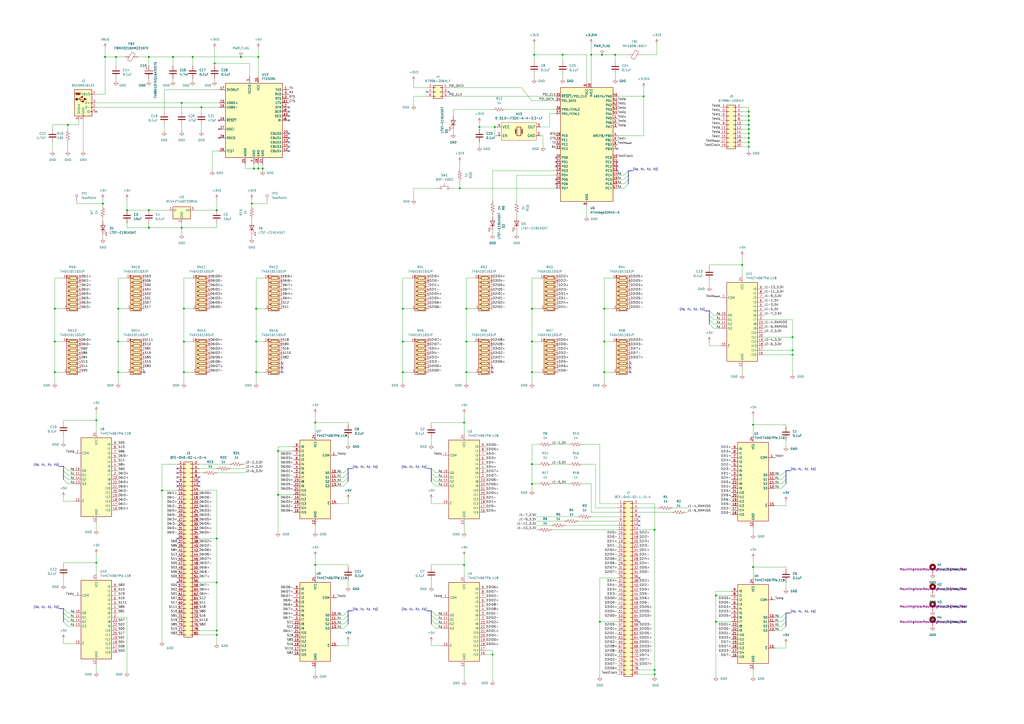
<source format=kicad_sch>
(kicad_sch (version 20211123) (generator eeschema)
  (paper "A2")
  (title_block (title "ECP5U85-BSE-USB Test Board") (rev "A") (company "Open Ephys, Inc.") (comment 1 "Jonathan P. Newman"))
  (junction (at 308.61 198.12))
  (junction (at 308.61 280.67))
  (junction (at 373.38 55.88))
  (junction (at 269.24 327.66))
  (junction (at 379.73 391.16))
  (junction (at 278.13 73.66))
  (junction (at 436.88 328.93))
  (junction (at 86.36 121.92))
  (junction (at 347.98 360.68))
  (junction (at 434.34 72.39))
  (junction (at 350.52 198.12))
  (junction (at 125.73 365.76))
  (junction (at 106.68 215.9))
  (junction (at 148.59 215.9))
  (junction (at 379.73 388.62))
  (junction (at 326.39 31.75))
  (junction (at 100.33 33.02))
  (junction (at 31.75 198.12))
  (junction (at 309.88 31.75))
  (junction (at 434.34 67.31))
  (junction (at 350.52 215.9))
  (junction (at 55.88 243.84))
  (junction (at 161.29 287.02))
  (junction (at 233.68 215.9))
  (junction (at 68.58 215.9))
  (junction (at 287.02 73.66))
  (junction (at 125.73 368.3))
  (junction (at 269.24 245.11))
  (junction (at 379.73 307.34))
  (junction (at 434.34 74.93))
  (junction (at 161.29 261.62))
  (junction (at 86.36 33.02))
  (junction (at 111.76 33.02))
  (junction (at 149.86 97.79))
  (junction (at 86.36 132.08))
  (junction (at 105.41 132.08))
  (junction (at 149.86 33.02))
  (junction (at 60.96 33.02))
  (junction (at 459.74 195.58))
  (junction (at 125.73 312.42))
  (junction (at 39.37 72.39))
  (junction (at 106.68 198.12))
  (junction (at 285.75 379.73))
  (junction (at 270.51 198.12))
  (junction (at 59.69 118.11))
  (junction (at 73.66 121.92))
  (junction (at 270.51 179.07))
  (junction (at 233.68 198.12))
  (junction (at 415.29 360.68))
  (junction (at 116.84 62.23))
  (junction (at 67.31 33.02))
  (junction (at 270.51 215.9))
  (junction (at 125.73 121.92))
  (junction (at 266.7 109.22))
  (junction (at 124.46 36.83))
  (junction (at 31.75 179.07))
  (junction (at 182.88 245.11))
  (junction (at 68.58 179.07))
  (junction (at 356.87 31.75))
  (junction (at 148.59 179.07))
  (junction (at 31.75 215.9))
  (junction (at 105.41 59.69))
  (junction (at 430.53 153.67))
  (junction (at 147.32 97.79))
  (junction (at 350.52 179.07))
  (junction (at 415.29 345.44))
  (junction (at 434.34 80.01))
  (junction (at 182.88 327.66))
  (junction (at 148.59 198.12))
  (junction (at 146.05 118.11))
  (junction (at 349.25 31.75))
  (junction (at 93.98 284.48))
  (junction (at 68.58 198.12))
  (junction (at 308.61 269.24))
  (junction (at 459.74 205.74))
  (junction (at 139.7 33.02))
  (junction (at 308.61 215.9))
  (junction (at 106.68 179.07))
  (junction (at 342.9 31.75))
  (junction (at 152.4 97.79))
  (junction (at 434.34 82.55))
  (junction (at 125.73 337.82))
  (junction (at 55.88 326.39))
  (junction (at 434.34 77.47))
  (junction (at 233.68 179.07))
  (junction (at 434.34 69.85))
  (junction (at 434.34 64.77))
  (junction (at 436.88 246.38))
  (junction (at 434.34 85.09))
  (junction (at 459.74 203.2))
  (junction (at 308.61 179.07))
  (no_connect (at 358.14 86.36))
  (no_connect (at 358.14 99.06))
  (no_connect (at 358.14 96.52))
  (no_connect (at 358.14 93.98))
  (no_connect (at 365.76 210.82))
  (no_connect (at 365.76 213.36))
  (no_connect (at 365.76 215.9))
  (no_connect (at 285.75 215.9))
  (no_connect (at 285.75 213.36))
  (no_connect (at 102.87 274.32))
  (no_connect (at 102.87 276.86))
  (no_connect (at 370.84 335.28))
  (no_connect (at 115.57 279.4))
  (no_connect (at 370.84 302.26))
  (no_connect (at 322.58 106.68))
  (no_connect (at 322.58 93.98))
  (no_connect (at 322.58 104.14))
  (no_connect (at 322.58 91.44))
  (no_connect (at 55.88 64.77))
  (no_connect (at 102.87 312.42))
  (no_connect (at 370.84 304.8))
  (no_connect (at 167.64 62.23))
  (no_connect (at 167.64 69.85))
  (no_connect (at 167.64 64.77))
  (no_connect (at 167.64 67.31))
  (no_connect (at 127 80.01))
  (no_connect (at 127 74.93))
  (no_connect (at 127 69.85))
  (no_connect (at 167.64 85.09))
  (no_connect (at 167.64 82.55))
  (no_connect (at 167.64 77.47))
  (no_connect (at 167.64 87.63))
  (no_connect (at 167.64 80.01))
  (no_connect (at 102.87 281.94))
  (no_connect (at 115.57 276.86))
  (no_connect (at 102.87 271.78))
  (no_connect (at 83.82 215.9))
  (no_connect (at 163.83 210.82))
  (no_connect (at 163.83 213.36))
  (no_connect (at 163.83 215.9))
  (no_connect (at 322.58 96.52))
  (no_connect (at 102.87 279.4))
  (no_connect (at 370.84 299.72))
  (no_connect (at 102.87 337.82))
  (no_connect (at 115.57 281.94))
  (no_connect (at 370.84 360.68))
  (no_connect (at 260.35 53.34))
  (no_connect (at 247.65 53.34))
  (bus_entry (at 36.83 273.05) (size 2.54 2.54))
  (bus_entry (at 364.49 104.14) (size -2.54 2.54))
  (bus_entry (at 455.93 275.59) (size -2.54 2.54))
  (bus_entry (at 411.48 180.34) (size 2.54 2.54))
  (bus_entry (at 201.93 279.4) (size -2.54 2.54))
  (bus_entry (at 250.19 274.32) (size 2.54 2.54))
  (bus_entry (at 411.48 182.88) (size 2.54 2.54))
  (bus_entry (at 250.19 271.78) (size 2.54 2.54))
  (bus_entry (at 455.93 273.05) (size -2.54 2.54))
  (bus_entry (at 201.93 271.78) (size -2.54 2.54))
  (bus_entry (at 364.49 99.06) (size -2.54 2.54))
  (bus_entry (at 364.49 106.68) (size -2.54 2.54))
  (bus_entry (at 201.93 356.87) (size -2.54 2.54))
  (bus_entry (at 364.49 101.6) (size -2.54 2.54))
  (bus_entry (at 250.19 361.95) (size 2.54 2.54))
  (bus_entry (at 455.93 355.6) (size -2.54 2.54))
  (bus_entry (at 201.93 361.95) (size -2.54 2.54))
  (bus_entry (at 36.83 278.13) (size 2.54 2.54))
  (bus_entry (at 250.19 279.4) (size 2.54 2.54))
  (bus_entry (at 36.83 360.68) (size 2.54 2.54))
  (bus_entry (at 36.83 275.59) (size 2.54 2.54))
  (bus_entry (at 36.83 270.51) (size 2.54 2.54))
  (bus_entry (at 455.93 280.67) (size -2.54 2.54))
  (bus_entry (at 455.93 360.68) (size -2.54 2.54))
  (bus_entry (at 455.93 278.13) (size -2.54 2.54))
  (bus_entry (at 250.19 359.41) (size 2.54 2.54))
  (bus_entry (at 250.19 354.33) (size 2.54 2.54))
  (bus_entry (at 201.93 354.33) (size -2.54 2.54))
  (bus_entry (at 201.93 276.86) (size -2.54 2.54))
  (bus_entry (at 455.93 358.14) (size -2.54 2.54))
  (bus_entry (at 411.48 185.42) (size 2.54 2.54))
  (bus_entry (at 455.93 363.22) (size -2.54 2.54))
  (bus_entry (at 36.83 353.06) (size 2.54 2.54))
  (bus_entry (at 250.19 276.86) (size 2.54 2.54))
  (bus_entry (at 36.83 358.14) (size 2.54 2.54))
  (bus_entry (at 201.93 359.41) (size -2.54 2.54))
  (bus_entry (at 36.83 355.6) (size 2.54 2.54))
  (bus_entry (at 411.48 187.96) (size 2.54 2.54))
  (bus_entry (at 201.93 274.32) (size -2.54 2.54))
  (bus_entry (at 250.19 356.87) (size 2.54 2.54))
  (wire (pts (xy 182.88 327.66) (xy 182.88 334.01)))
  (wire (pts (xy 415.29 342.9) (xy 415.29 345.44)))
  (wire (pts (xy 313.69 73.66) (xy 318.77 73.66)))
  (wire (pts (xy 161.29 261.62) (xy 161.29 287.02)))
  (wire (pts (xy 455.93 290.83) (xy 455.93 293.37)))
  (wire (pts (xy 347.98 257.81) (xy 347.98 292.1)))
  (wire (pts (xy 443.23 203.2) (xy 459.74 203.2)))
  (bus (pts (xy 201.93 361.95) (xy 201.93 359.41)))
  (wire (pts (xy 36.83 179.07) (xy 31.75 179.07)))
  (wire (pts (xy 124.46 36.83) (xy 124.46 38.1)))
  (wire (pts (xy 370.84 294.64) (xy 382.27 294.64)))
  (wire (pts (xy 345.44 269.24) (xy 345.44 294.64)))
  (wire (pts (xy 55.88 59.69) (xy 105.41 59.69)))
  (bus (pts (xy 250.19 359.41) (xy 250.19 356.87)))
  (wire (pts (xy 116.84 64.77) (xy 116.84 62.23)))
  (wire (pts (xy 31.75 161.29) (xy 36.83 161.29)))
  (wire (pts (xy 397.51 297.18) (xy 398.78 297.18)))
  (wire (pts (xy 240.03 46.99) (xy 240.03 50.8)))
  (wire (pts (xy 308.61 198.12) (xy 313.69 198.12)))
  (wire (pts (xy 39.37 72.39) (xy 45.72 72.39)))
  (wire (pts (xy 373.38 50.8) (xy 373.38 55.88)))
  (wire (pts (xy 311.15 302.26) (xy 327.66 302.26)))
  (wire (pts (xy 31.75 179.07) (xy 31.75 198.12)))
  (wire (pts (xy 39.37 74.93) (xy 39.37 72.39)))
  (wire (pts (xy 73.66 132.08) (xy 86.36 132.08)))
  (wire (pts (xy 269.24 240.03) (xy 269.24 245.11)))
  (wire (pts (xy 93.98 284.48) (xy 102.87 284.48)))
  (bus (pts (xy 455.93 273.05) (xy 458.47 273.05)))
  (wire (pts (xy 356.87 43.18) (xy 356.87 45.72)))
  (wire (pts (xy 250.19 372.11) (xy 250.19 374.65)))
  (wire (pts (xy 308.61 179.07) (xy 308.61 198.12)))
  (wire (pts (xy 278.13 73.66) (xy 287.02 73.66)))
  (wire (pts (xy 125.73 337.82) (xy 125.73 365.76)))
  (wire (pts (xy 123.19 87.63) (xy 127 87.63)))
  (wire (pts (xy 240.03 55.88) (xy 240.03 60.96)))
  (wire (pts (xy 449.58 363.22) (xy 453.39 363.22)))
  (wire (pts (xy 270.51 198.12) (xy 275.59 198.12)))
  (bus (pts (xy 201.93 279.4) (xy 201.93 276.86)))
  (wire (pts (xy 182.88 387.35) (xy 182.88 391.16)))
  (bus (pts (xy 36.83 360.68) (xy 36.83 358.14)))
  (wire (pts (xy 449.58 360.68) (xy 453.39 360.68)))
  (wire (pts (xy 434.34 87.63) (xy 434.34 85.09)))
  (wire (pts (xy 434.34 67.31) (xy 434.34 64.77)))
  (wire (pts (xy 59.69 118.11) (xy 59.69 119.38)))
  (wire (pts (xy 39.37 87.63) (xy 39.37 82.55)))
  (wire (pts (xy 318.77 73.66) (xy 318.77 66.04)))
  (bus (pts (xy 250.19 361.95) (xy 250.19 359.41)))
  (wire (pts (xy 153.67 215.9) (xy 148.59 215.9)))
  (wire (pts (xy 350.52 179.07) (xy 350.52 161.29)))
  (wire (pts (xy 342.9 48.26) (xy 342.9 31.75)))
  (wire (pts (xy 105.41 129.54) (xy 105.41 132.08)))
  (wire (pts (xy 106.68 198.12) (xy 106.68 215.9)))
  (wire (pts (xy 311.15 304.8) (xy 320.04 304.8)))
  (wire (pts (xy 115.57 274.32) (xy 118.11 274.32)))
  (wire (pts (xy 256.54 356.87) (xy 252.73 356.87)))
  (wire (pts (xy 55.88 54.61) (xy 60.96 54.61)))
  (wire (pts (xy 125.73 121.92) (xy 125.73 115.57)))
  (wire (pts (xy 449.58 358.14) (xy 453.39 358.14)))
  (wire (pts (xy 347.98 392.43) (xy 347.98 360.68)))
  (wire (pts (xy 86.36 33.02) (xy 100.33 33.02)))
  (wire (pts (xy 148.59 179.07) (xy 148.59 198.12)))
  (wire (pts (xy 149.86 27.94) (xy 149.86 33.02)))
  (wire (pts (xy 124.46 27.94) (xy 124.46 36.83)))
  (bus (pts (xy 411.48 187.96) (xy 411.48 185.42)))
  (wire (pts (xy 182.88 245.11) (xy 201.93 245.11)))
  (wire (pts (xy 350.52 179.07) (xy 350.52 198.12)))
  (wire (pts (xy 148.59 215.9) (xy 148.59 222.25)))
  (wire (pts (xy 430.53 148.59) (xy 430.53 153.67)))
  (wire (pts (xy 350.52 161.29) (xy 355.6 161.29)))
  (wire (pts (xy 434.34 72.39) (xy 434.34 69.85)))
  (wire (pts (xy 148.59 215.9) (xy 148.59 198.12)))
  (wire (pts (xy 411.48 154.94) (xy 411.48 153.67)))
  (wire (pts (xy 417.83 182.88) (xy 414.02 182.88)))
  (wire (pts (xy 370.84 307.34) (xy 379.73 307.34)))
  (wire (pts (xy 201.93 289.56) (xy 201.93 292.1)))
  (wire (pts (xy 311.15 299.72) (xy 335.28 299.72)))
  (wire (pts (xy 139.7 33.02) (xy 149.86 33.02)))
  (wire (pts (xy 299.72 101.6) (xy 299.72 116.84)))
  (wire (pts (xy 43.18 358.14) (xy 39.37 358.14)))
  (wire (pts (xy 270.51 179.07) (xy 270.51 198.12)))
  (wire (pts (xy 308.61 280.67) (xy 308.61 269.24)))
  (wire (pts (xy 142.24 271.78) (xy 133.35 271.78)))
  (wire (pts (xy 285.75 379.73) (xy 285.75 377.19)))
  (wire (pts (xy 347.98 292.1) (xy 358.14 292.1)))
  (wire (pts (xy 55.88 326.39) (xy 36.83 326.39)))
  (wire (pts (xy 309.88 25.4) (xy 309.88 31.75)))
  (wire (pts (xy 459.74 195.58) (xy 459.74 203.2)))
  (wire (pts (xy 233.68 215.9) (xy 233.68 222.25)))
  (wire (pts (xy 106.68 179.07) (xy 106.68 161.29)))
  (wire (pts (xy 250.19 246.38) (xy 250.19 245.11)))
  (wire (pts (xy 73.66 389.89) (xy 73.66 358.14)))
  (wire (pts (xy 256.54 279.4) (xy 252.73 279.4)))
  (wire (pts (xy 350.52 215.9) (xy 350.52 198.12)))
  (wire (pts (xy 434.34 77.47) (xy 434.34 74.93)))
  (wire (pts (xy 278.13 71.12) (xy 278.13 73.66)))
  (wire (pts (xy 270.51 179.07) (xy 270.51 161.29)))
  (wire (pts (xy 125.73 365.76) (xy 125.73 368.3)))
  (wire (pts (xy 250.19 257.81) (xy 250.19 254)))
  (wire (pts (xy 455.93 247.65) (xy 455.93 246.38)))
  (wire (pts (xy 309.88 43.18) (xy 309.88 45.72)))
  (wire (pts (xy 275.59 215.9) (xy 270.51 215.9)))
  (wire (pts (xy 105.41 59.69) (xy 105.41 64.77)))
  (bus (pts (xy 36.83 358.14) (xy 36.83 355.6)))
  (wire (pts (xy 262.89 63.5) (xy 285.75 63.5)))
  (wire (pts (xy 195.58 359.41) (xy 199.39 359.41)))
  (wire (pts (xy 430.53 213.36) (xy 430.53 217.17)))
  (wire (pts (xy 67.31 33.02) (xy 67.31 38.1)))
  (wire (pts (xy 154.94 118.11) (xy 154.94 116.84)))
  (wire (pts (xy 233.68 198.12) (xy 233.68 215.9)))
  (wire (pts (xy 379.73 391.16) (xy 379.73 392.43)))
  (wire (pts (xy 125.73 373.38) (xy 125.73 368.3)))
  (wire (pts (xy 115.57 269.24) (xy 133.35 269.24)))
  (bus (pts (xy 36.83 270.51) (xy 34.29 270.51)))
  (bus (pts (xy 411.48 180.34) (xy 408.94 180.34)))
  (wire (pts (xy 67.31 33.02) (xy 72.39 33.02)))
  (wire (pts (xy 146.05 135.89) (xy 146.05 138.43)))
  (bus (pts (xy 36.83 278.13) (xy 36.83 275.59)))
  (wire (pts (xy 55.88 62.23) (xy 116.84 62.23)))
  (wire (pts (xy 195.58 281.94) (xy 199.39 281.94)))
  (wire (pts (xy 182.88 245.11) (xy 182.88 251.46)))
  (wire (pts (xy 308.61 179.07) (xy 308.61 161.29)))
  (wire (pts (xy 434.34 69.85) (xy 434.34 67.31)))
  (wire (pts (xy 260.35 50.8) (xy 302.26 50.8)))
  (wire (pts (xy 68.58 161.29) (xy 73.66 161.29)))
  (wire (pts (xy 152.4 95.25) (xy 152.4 97.79)))
  (wire (pts (xy 55.88 303.53) (xy 55.88 307.34)))
  (wire (pts (xy 59.69 115.57) (xy 59.69 118.11)))
  (wire (pts (xy 459.74 205.74) (xy 459.74 217.17)))
  (wire (pts (xy 201.93 328.93) (xy 201.93 327.66)))
  (bus (pts (xy 364.49 101.6) (xy 364.49 99.06)))
  (wire (pts (xy 430.53 72.39) (xy 434.34 72.39)))
  (wire (pts (xy 100.33 45.72) (xy 100.33 46.99)))
  (wire (pts (xy 55.88 386.08) (xy 55.88 389.89)))
  (wire (pts (xy 275.59 179.07) (xy 270.51 179.07)))
  (wire (pts (xy 262.89 74.93) (xy 262.89 77.47)))
  (wire (pts (xy 36.83 327.66) (xy 36.83 326.39)))
  (bus (pts (xy 455.93 278.13) (xy 455.93 275.59)))
  (wire (pts (xy 299.72 124.46) (xy 299.72 125.73)))
  (wire (pts (xy 43.18 273.05) (xy 39.37 273.05)))
  (wire (pts (xy 415.29 345.44) (xy 415.29 360.68)))
  (wire (pts (xy 455.93 293.37) (xy 449.58 293.37)))
  (wire (pts (xy 358.14 104.14) (xy 361.95 104.14)))
  (wire (pts (xy 417.83 190.5) (xy 414.02 190.5)))
  (wire (pts (xy 302.26 50.8) (xy 308.61 58.42)))
  (wire (pts (xy 430.53 85.09) (xy 434.34 85.09)))
  (wire (pts (xy 100.33 33.02) (xy 111.76 33.02)))
  (wire (pts (xy 123.19 87.63) (xy 123.19 99.06)))
  (wire (pts (xy 313.69 78.74) (xy 314.96 78.74)))
  (wire (pts (xy 313.69 179.07) (xy 308.61 179.07)))
  (wire (pts (xy 31.75 198.12) (xy 31.75 215.9)))
  (wire (pts (xy 113.03 121.92) (xy 125.73 121.92)))
  (wire (pts (xy 299.72 101.6) (xy 322.58 101.6)))
  (wire (pts (xy 115.57 368.3) (xy 125.73 368.3)))
  (wire (pts (xy 149.86 33.02) (xy 149.86 44.45)))
  (wire (pts (xy 238.76 179.07) (xy 233.68 179.07)))
  (wire (pts (xy 269.24 245.11) (xy 250.19 245.11)))
  (wire (pts (xy 287.02 73.66) (xy 288.29 73.66)))
  (wire (pts (xy 147.32 97.79) (xy 149.86 97.79)))
  (wire (pts (xy 59.69 135.89) (xy 59.69 138.43)))
  (wire (pts (xy 372.11 31.75) (xy 381 31.75)))
  (wire (pts (xy 430.53 67.31) (xy 434.34 67.31)))
  (wire (pts (xy 105.41 72.39) (xy 105.41 76.2)))
  (wire (pts (xy 270.51 161.29) (xy 275.59 161.29)))
  (wire (pts (xy 430.53 74.93) (xy 434.34 74.93)))
  (wire (pts (xy 59.69 127) (xy 59.69 128.27)))
  (wire (pts (xy 379.73 388.62) (xy 379.73 391.16)))
  (wire (pts (xy 45.72 69.85) (xy 45.72 72.39)))
  (wire (pts (xy 161.29 308.61) (xy 161.29 287.02)))
  (wire (pts (xy 347.98 360.68) (xy 347.98 335.28)))
  (wire (pts (xy 55.88 238.76) (xy 55.88 243.84)))
  (wire (pts (xy 153.67 179.07) (xy 148.59 179.07)))
  (wire (pts (xy 238.76 215.9) (xy 233.68 215.9)))
  (wire (pts (xy 389.89 294.64) (xy 398.78 294.64)))
  (wire (pts (xy 201.93 340.36) (xy 201.93 336.55)))
  (wire (pts (xy 320.04 257.81) (xy 330.2 257.81)))
  (wire (pts (xy 320.04 269.24) (xy 330.2 269.24)))
  (wire (pts (xy 266.7 93.98) (xy 266.7 97.79)))
  (wire (pts (xy 288.29 78.74) (xy 287.02 78.74)))
  (wire (pts (xy 320.04 307.34) (xy 358.14 307.34)))
  (wire (pts (xy 417.83 185.42) (xy 414.02 185.42)))
  (wire (pts (xy 285.75 124.46) (xy 285.75 125.73)))
  (wire (pts (xy 417.83 187.96) (xy 414.02 187.96)))
  (wire (pts (xy 455.93 259.08) (xy 455.93 255.27)))
  (wire (pts (xy 285.75 99.06) (xy 322.58 99.06)))
  (wire (pts (xy 434.34 82.55) (xy 434.34 80.01)))
  (wire (pts (xy 195.58 274.32) (xy 199.39 274.32)))
  (wire (pts (xy 106.68 215.9) (xy 106.68 222.25)))
  (bus (pts (xy 201.93 359.41) (xy 201.93 356.87)))
  (wire (pts (xy 95.25 72.39) (xy 95.25 76.2)))
  (wire (pts (xy 140.97 269.24) (xy 142.24 269.24)))
  (wire (pts (xy 358.14 78.74) (xy 373.38 78.74)))
  (wire (pts (xy 449.58 275.59) (xy 453.39 275.59)))
  (wire (pts (xy 430.53 80.01) (xy 434.34 80.01)))
  (wire (pts (xy 269.24 387.35) (xy 269.24 394.97)))
  (wire (pts (xy 43.18 360.68) (xy 39.37 360.68)))
  (wire (pts (xy 415.29 360.68) (xy 415.29 392.43)))
  (wire (pts (xy 161.29 259.08) (xy 170.18 259.08)))
  (wire (pts (xy 349.25 31.75) (xy 356.87 31.75)))
  (wire (pts (xy 335.28 302.26) (xy 358.14 302.26)))
  (wire (pts (xy 430.53 153.67) (xy 430.53 160.02)))
  (wire (pts (xy 337.82 257.81) (xy 347.98 257.81)))
  (wire (pts (xy 434.34 85.09) (xy 434.34 82.55)))
  (wire (pts (xy 449.58 280.67) (xy 453.39 280.67)))
  (wire (pts (xy 86.36 121.92) (xy 97.79 121.92)))
  (wire (pts (xy 285.75 394.97) (xy 285.75 379.73)))
  (wire (pts (xy 449.58 283.21) (xy 453.39 283.21)))
  (wire (pts (xy 125.73 129.54) (xy 125.73 132.08)))
  (bus (pts (xy 250.19 276.86) (xy 250.19 274.32)))
  (wire (pts (xy 411.48 198.12) (xy 411.48 200.66)))
  (wire (pts (xy 308.61 280.67) (xy 312.42 280.67)))
  (wire (pts (xy 142.24 274.32) (xy 125.73 274.32)))
  (wire (pts (xy 124.46 36.83) (xy 144.78 36.83)))
  (wire (pts (xy 48.26 69.85) (xy 48.26 87.63)))
  (wire (pts (xy 195.58 276.86) (xy 199.39 276.86)))
  (wire (pts (xy 285.75 377.19) (xy 281.94 377.19)))
  (wire (pts (xy 269.24 327.66) (xy 250.19 327.66)))
  (wire (pts (xy 320.04 280.67) (xy 330.2 280.67)))
  (wire (pts (xy 252.73 109.22) (xy 240.03 109.22)))
  (bus (pts (xy 36.83 353.06) (xy 34.29 353.06)))
  (wire (pts (xy 125.73 312.42) (xy 125.73 337.82)))
  (wire (pts (xy 125.73 284.48) (xy 125.73 312.42)))
  (bus (pts (xy 455.93 363.22) (xy 455.93 360.68)))
  (wire (pts (xy 142.24 97.79) (xy 147.32 97.79)))
  (wire (pts (xy 434.34 64.77) (xy 434.34 62.23)))
  (wire (pts (xy 149.86 95.25) (xy 149.86 97.79)))
  (wire (pts (xy 370.84 388.62) (xy 379.73 388.62)))
  (wire (pts (xy 436.88 328.93) (xy 455.93 328.93)))
  (bus (pts (xy 201.93 356.87) (xy 201.93 354.33)))
  (wire (pts (xy 106.68 198.12) (xy 111.76 198.12)))
  (wire (pts (xy 250.19 292.1) (xy 256.54 292.1)))
  (wire (pts (xy 270.51 215.9) (xy 270.51 198.12)))
  (bus (pts (xy 364.49 99.06) (xy 367.03 99.06)))
  (wire (pts (xy 43.18 275.59) (xy 39.37 275.59)))
  (wire (pts (xy 105.41 132.08) (xy 105.41 135.89)))
  (wire (pts (xy 308.61 58.42) (xy 322.58 58.42)))
  (bus (pts (xy 455.93 358.14) (xy 455.93 355.6)))
  (wire (pts (xy 262.89 67.31) (xy 262.89 63.5)))
  (wire (pts (xy 270.51 215.9) (xy 270.51 222.25)))
  (wire (pts (xy 436.88 246.38) (xy 436.88 252.73)))
  (wire (pts (xy 86.36 33.02) (xy 86.36 38.1)))
  (wire (pts (xy 60.96 27.94) (xy 60.96 33.02)))
  (wire (pts (xy 142.24 95.25) (xy 142.24 97.79)))
  (wire (pts (xy 340.36 119.38) (xy 340.36 125.73)))
  (wire (pts (xy 146.05 118.11) (xy 146.05 119.38)))
  (wire (pts (xy 115.57 271.78) (xy 125.73 271.78)))
  (wire (pts (xy 350.52 215.9) (xy 350.52 222.25)))
  (wire (pts (xy 342.9 280.67) (xy 342.9 297.18)))
  (bus (pts (xy 36.83 273.05) (xy 36.83 270.51)))
  (wire (pts (xy 326.39 31.75) (xy 309.88 31.75)))
  (wire (pts (xy 93.98 269.24) (xy 93.98 284.48)))
  (wire (pts (xy 43.18 355.6) (xy 39.37 355.6)))
  (wire (pts (xy 342.9 299.72) (xy 358.14 299.72)))
  (bus (pts (xy 201.93 271.78) (xy 204.47 271.78)))
  (wire (pts (xy 55.88 243.84) (xy 55.88 250.19)))
  (wire (pts (xy 266.7 105.41) (xy 266.7 109.22)))
  (bus (pts (xy 364.49 104.14) (xy 364.49 101.6)))
  (wire (pts (xy 201.93 292.1) (xy 195.58 292.1)))
  (wire (pts (xy 201.93 372.11) (xy 201.93 374.65)))
  (wire (pts (xy 326.39 31.75) (xy 326.39 35.56)))
  (wire (pts (xy 111.76 179.07) (xy 106.68 179.07)))
  (wire (pts (xy 415.29 342.9) (xy 424.18 342.9)))
  (wire (pts (xy 260.35 55.88) (xy 322.58 55.88)))
  (wire (pts (xy 36.83 245.11) (xy 36.83 243.84)))
  (wire (pts (xy 95.25 52.07) (xy 95.25 64.77)))
  (wire (pts (xy 311.15 307.34) (xy 312.42 307.34)))
  (wire (pts (xy 149.86 97.79) (xy 152.4 97.79)))
  (wire (pts (xy 86.36 132.08) (xy 105.41 132.08)))
  (wire (pts (xy 293.37 63.5) (xy 322.58 63.5)))
  (wire (pts (xy 342.9 25.4) (xy 342.9 31.75)))
  (wire (pts (xy 314.96 78.74) (xy 314.96 85.09)))
  (wire (pts (xy 269.24 245.11) (xy 269.24 251.46)))
  (wire (pts (xy 430.53 69.85) (xy 434.34 69.85)))
  (wire (pts (xy 195.58 364.49) (xy 199.39 364.49)))
  (wire (pts (xy 36.83 370.84) (xy 36.83 373.38)))
  (wire (pts (xy 455.93 330.2) (xy 455.93 328.93)))
  (wire (pts (xy 201.93 257.81) (xy 201.93 254)))
  (wire (pts (xy 86.36 129.54) (xy 86.36 132.08)))
  (wire (pts (xy 144.78 36.83) (xy 144.78 44.45)))
  (wire (pts (xy 269.24 327.66) (xy 269.24 334.01)))
  (wire (pts (xy 415.29 360.68) (xy 424.18 360.68)))
  (wire (pts (xy 30.48 72.39) (xy 30.48 74.93)))
  (wire (pts (xy 100.33 33.02) (xy 100.33 38.1)))
  (wire (pts (xy 358.14 106.68) (xy 361.95 106.68)))
  (wire (pts (xy 36.83 373.38) (xy 43.18 373.38)))
  (wire (pts (xy 146.05 127) (xy 146.05 128.27)))
  (wire (pts (xy 281.94 379.73) (xy 285.75 379.73)))
  (wire (pts (xy 247.65 55.88) (xy 240.03 55.88)))
  (wire (pts (xy 436.88 246.38) (xy 455.93 246.38)))
  (wire (pts (xy 430.53 82.55) (xy 434.34 82.55)))
  (wire (pts (xy 182.88 304.8) (xy 182.88 308.61)))
  (bus (pts (xy 201.93 274.32) (xy 201.93 271.78)))
  (wire (pts (xy 36.83 256.54) (xy 36.83 252.73)))
  (wire (pts (xy 86.36 45.72) (xy 86.36 46.99)))
  (wire (pts (xy 308.61 280.67) (xy 308.61 284.48)))
  (wire (pts (xy 106.68 161.29) (xy 111.76 161.29)))
  (wire (pts (xy 430.53 77.47) (xy 434.34 77.47)))
  (wire (pts (xy 148.59 161.29) (xy 153.67 161.29)))
  (wire (pts (xy 39.37 72.39) (xy 30.48 72.39)))
  (wire (pts (xy 250.19 340.36) (xy 250.19 336.55)))
  (wire (pts (xy 201.93 374.65) (xy 195.58 374.65)))
  (wire (pts (xy 308.61 269.24) (xy 308.61 257.81)))
  (bus (pts (xy 411.48 182.88) (xy 411.48 180.34)))
  (wire (pts (xy 434.34 74.93) (xy 434.34 72.39)))
  (wire (pts (xy 308.61 257.81) (xy 312.42 257.81)))
  (wire (pts (xy 313.69 215.9) (xy 308.61 215.9)))
  (wire (pts (xy 161.29 259.08) (xy 161.29 261.62)))
  (wire (pts (xy 36.83 339.09) (xy 36.83 335.28)))
  (wire (pts (xy 195.58 361.95) (xy 199.39 361.95)))
  (wire (pts (xy 68.58 198.12) (xy 73.66 198.12)))
  (wire (pts (xy 309.88 31.75) (xy 309.88 35.56)))
  (wire (pts (xy 356.87 31.75) (xy 356.87 35.56)))
  (bus (pts (xy 250.19 274.32) (xy 250.19 271.78)))
  (wire (pts (xy 278.13 82.55) (xy 278.13 85.09)))
  (wire (pts (xy 436.88 388.62) (xy 436.88 392.43)))
  (wire (pts (xy 115.57 284.48) (xy 125.73 284.48)))
  (wire (pts (xy 127 59.69) (xy 105.41 59.69)))
  (wire (pts (xy 430.53 153.67) (xy 411.48 153.67)))
  (wire (pts (xy 308.61 215.9) (xy 308.61 222.25)))
  (wire (pts (xy 308.61 198.12) (xy 308.61 215.9)))
  (wire (pts (xy 43.18 278.13) (xy 39.37 278.13)))
  (wire (pts (xy 240.03 109.22) (xy 240.03 115.57)))
  (wire (pts (xy 358.14 55.88) (xy 373.38 55.88)))
  (wire (pts (xy 182.88 322.58) (xy 182.88 327.66)))
  (wire (pts (xy 195.58 356.87) (xy 199.39 356.87)))
  (wire (pts (xy 233.68 198.12) (xy 238.76 198.12)))
  (wire (pts (xy 127 52.07) (xy 95.25 52.07)))
  (wire (pts (xy 182.88 327.66) (xy 201.93 327.66)))
  (wire (pts (xy 195.58 279.4) (xy 199.39 279.4)))
  (wire (pts (xy 430.53 64.77) (xy 434.34 64.77)))
  (wire (pts (xy 182.88 240.03) (xy 182.88 245.11)))
  (wire (pts (xy 73.66 215.9) (xy 68.58 215.9)))
  (wire (pts (xy 31.75 179.07) (xy 31.75 161.29)))
  (wire (pts (xy 355.6 179.07) (xy 350.52 179.07)))
  (wire (pts (xy 443.23 185.42) (xy 459.74 185.42)))
  (bus (pts (xy 250.19 354.33) (xy 247.65 354.33)))
  (wire (pts (xy 233.68 161.29) (xy 238.76 161.29)))
  (wire (pts (xy 93.98 269.24) (xy 102.87 269.24)))
  (wire (pts (xy 93.98 284.48) (xy 93.98 372.11)))
  (wire (pts (xy 266.7 109.22) (xy 262.89 109.22)))
  (wire (pts (xy 31.75 198.12) (xy 36.83 198.12)))
  (wire (pts (xy 424.18 345.44) (xy 415.29 345.44)))
  (bus (pts (xy 411.48 185.42) (xy 411.48 182.88)))
  (wire (pts (xy 233.68 179.07) (xy 233.68 161.29)))
  (wire (pts (xy 73.66 129.54) (xy 73.66 132.08)))
  (wire (pts (xy 115.57 337.82) (xy 125.73 337.82)))
  (wire (pts (xy 345.44 294.64) (xy 358.14 294.64)))
  (wire (pts (xy 355.6 215.9) (xy 350.52 215.9)))
  (wire (pts (xy 370.84 292.1) (xy 379.73 292.1)))
  (wire (pts (xy 111.76 33.02) (xy 139.7 33.02)))
  (wire (pts (xy 436.88 241.3) (xy 436.88 246.38)))
  (wire (pts (xy 269.24 322.58) (xy 269.24 327.66)))
  (wire (pts (xy 443.23 195.58) (xy 459.74 195.58)))
  (wire (pts (xy 148.59 179.07) (xy 148.59 161.29)))
  (wire (pts (xy 36.83 290.83) (xy 43.18 290.83)))
  (wire (pts (xy 73.66 121.92) (xy 86.36 121.92)))
  (wire (pts (xy 60.96 33.02) (xy 60.96 54.61)))
  (wire (pts (xy 111.76 215.9) (xy 106.68 215.9)))
  (wire (pts (xy 358.14 101.6) (xy 361.95 101.6)))
  (wire (pts (xy 111.76 45.72) (xy 111.76 46.99)))
  (bus (pts (xy 455.93 355.6) (xy 458.47 355.6)))
  (bus (pts (xy 36.83 355.6) (xy 36.83 353.06)))
  (wire (pts (xy 73.66 179.07) (xy 68.58 179.07)))
  (bus (pts (xy 455.93 275.59) (xy 455.93 273.05)))
  (wire (pts (xy 347.98 335.28) (xy 358.14 335.28)))
  (wire (pts (xy 379.73 307.34) (xy 379.73 388.62)))
  (wire (pts (xy 80.01 33.02) (xy 86.36 33.02)))
  (wire (pts (xy 55.88 243.84) (xy 36.83 243.84)))
  (wire (pts (xy 285.75 133.35) (xy 285.75 135.89)))
  (wire (pts (xy 340.36 31.75) (xy 340.36 48.26)))
  (wire (pts (xy 201.93 246.38) (xy 201.93 245.11)))
  (wire (pts (xy 68.58 215.9) (xy 68.58 198.12)))
  (wire (pts (xy 161.29 287.02) (xy 170.18 287.02)))
  (wire (pts (xy 250.19 289.56) (xy 250.19 292.1)))
  (wire (pts (xy 308.61 269.24) (xy 312.42 269.24)))
  (wire (pts (xy 299.72 133.35) (xy 299.72 135.89)))
  (wire (pts (xy 161.29 261.62) (xy 170.18 261.62)))
  (wire (pts (xy 60.96 33.02) (xy 67.31 33.02)))
  (wire (pts (xy 152.4 97.79) (xy 152.4 99.06)))
  (bus (pts (xy 250.19 356.87) (xy 250.19 354.33)))
  (bus (pts (xy 201.93 354.33) (xy 204.47 354.33)))
  (bus (pts (xy 201.93 276.86) (xy 201.93 274.32)))
  (bus (pts (xy 364.49 106.68) (xy 364.49 104.14)))
  (wire (pts (xy 256.54 361.95) (xy 252.73 361.95)))
  (wire (pts (xy 455.93 341.63) (xy 455.93 337.82)))
  (wire (pts (xy 411.48 166.37) (xy 411.48 162.56)))
  (bus (pts (xy 36.83 275.59) (xy 36.83 273.05)))
  (wire (pts (xy 434.34 62.23) (xy 430.53 62.23)))
  (wire (pts (xy 327.66 304.8) (xy 358.14 304.8)))
  (wire (pts (xy 326.39 43.18) (xy 326.39 45.72)))
  (wire (pts (xy 373.38 78.74) (xy 373.38 55.88)))
  (wire (pts (xy 340.36 31.75) (xy 326.39 31.75)))
  (wire (pts (xy 256.54 359.41) (xy 252.73 359.41)))
  (wire (pts (xy 68.58 179.07) (xy 68.58 198.12)))
  (wire (pts (xy 266.7 109.22) (xy 322.58 109.22)))
  (wire (pts (xy 269.24 304.8) (xy 269.24 308.61)))
  (wire (pts (xy 105.41 132.08) (xy 125.73 132.08)))
  (bus (pts (xy 455.93 280.67) (xy 455.93 278.13)))
  (wire (pts (xy 73.66 358.14) (xy 68.58 358.14)))
  (wire (pts (xy 146.05 118.11) (xy 154.94 118.11)))
  (wire (pts (xy 68.58 179.07) (xy 68.58 161.29)))
  (wire (pts (xy 342.9 297.18) (xy 358.14 297.18)))
  (wire (pts (xy 116.84 72.39) (xy 116.84 76.2)))
  (wire (pts (xy 449.58 365.76) (xy 453.39 365.76)))
  (wire (pts (xy 443.23 205.74) (xy 459.74 205.74)))
  (wire (pts (xy 350.52 198.12) (xy 355.6 198.12)))
  (wire (pts (xy 358.14 109.22) (xy 361.95 109.22)))
  (wire (pts (xy 148.59 198.12) (xy 153.67 198.12)))
  (wire (pts (xy 31.75 215.9) (xy 31.75 222.25)))
  (wire (pts (xy 434.34 80.01) (xy 434.34 77.47)))
  (wire (pts (xy 55.88 321.31) (xy 55.88 326.39)))
  (wire (pts (xy 370.84 297.18) (xy 389.89 297.18)))
  (wire (pts (xy 337.82 280.67) (xy 342.9 280.67)))
  (wire (pts (xy 318.77 66.04) (xy 322.58 66.04)))
  (wire (pts (xy 256.54 281.94) (xy 252.73 281.94)))
  (wire (pts (xy 73.66 115.57) (xy 73.66 121.92)))
  (wire (pts (xy 379.73 292.1) (xy 379.73 307.34)))
  (wire (pts (xy 455.93 375.92) (xy 449.58 375.92)))
  (wire (pts (xy 278.13 73.66) (xy 278.13 74.93)))
  (wire (pts (xy 147.32 95.25) (xy 147.32 97.79)))
  (wire (pts (xy 449.58 278.13) (xy 453.39 278.13)))
  (bus (pts (xy 455.93 360.68) (xy 455.93 358.14)))
  (wire (pts (xy 436.88 323.85) (xy 436.88 328.93)))
  (wire (pts (xy 256.54 274.32) (xy 252.73 274.32)))
  (wire (pts (xy 459.74 185.42) (xy 459.74 195.58)))
  (wire (pts (xy 30.48 82.55) (xy 30.48 87.63)))
  (wire (pts (xy 43.18 280.67) (xy 39.37 280.67)))
  (wire (pts (xy 411.48 200.66) (xy 417.83 200.66)))
  (wire (pts (xy 43.18 363.22) (xy 39.37 363.22)))
  (wire (pts (xy 124.46 45.72) (xy 124.46 46.99)))
  (wire (pts (xy 256.54 276.86) (xy 252.73 276.86)))
  (wire (pts (xy 115.57 365.76) (xy 125.73 365.76)))
  (wire (pts (xy 342.9 31.75) (xy 349.25 31.75)))
  (wire (pts (xy 55.88 326.39) (xy 55.88 332.74)))
  (bus (pts (xy 250.19 279.4) (xy 250.19 276.86)))
  (wire (pts (xy 370.84 391.16) (xy 379.73 391.16)))
  (wire (pts (xy 436.88 328.93) (xy 436.88 335.28)))
  (wire (pts (xy 106.68 179.07) (xy 106.68 198.12)))
  (wire (pts (xy 240.03 50.8) (xy 247.65 50.8)))
  (wire (pts (xy 356.87 31.75) (xy 364.49 31.75)))
  (wire (pts (xy 233.68 179.07) (xy 233.68 198.12)))
  (wire (pts (xy 115.57 312.42) (xy 125.73 312.42)))
  (wire (pts (xy 111.76 33.02) (xy 111.76 38.1)))
  (wire (pts (xy 44.45 118.11) (xy 44.45 116.84)))
  (wire (pts (xy 285.75 99.06) (xy 285.75 116.84)))
  (wire (pts (xy 59.69 118.11) (xy 44.45 118.11)))
  (wire (pts (xy 146.05 115.57) (xy 146.05 118.11)))
  (wire (pts (xy 256.54 364.49) (xy 252.73 364.49)))
  (wire (pts (xy 337.82 269.24) (xy 345.44 269.24)))
  (wire (pts (xy 308.61 161.29) (xy 313.69 161.29)))
  (wire (pts (xy 287.02 73.66) (xy 287.02 78.74)))
  (wire (pts (xy 459.74 203.2) (xy 459.74 205.74)))
  (wire (pts (xy 436.88 306.07) (xy 436.88 309.88)))
  (wire (pts (xy 116.84 62.23) (xy 127 62.23)))
  (wire (pts (xy 36.83 215.9) (xy 31.75 215.9)))
  (wire (pts (xy 250.19 374.65) (xy 256.54 374.65)))
  (wire (pts (xy 347.98 360.68) (xy 358.14 360.68)))
  (wire (pts (xy 67.31 45.72) (xy 67.31 46.99)))
  (bus (pts (xy 250.19 271.78) (xy 247.65 271.78)))
  (wire (pts (xy 36.83 288.29) (xy 36.83 290.83)))
  (wire (pts (xy 381 25.4) (xy 381 31.75)))
  (wire (pts (xy 68.58 215.9) (xy 68.58 222.25)))
  (wire (pts (xy 455.93 373.38) (xy 455.93 375.92)))
  (wire (pts (xy 250.19 328.93) (xy 250.19 327.66)))
  (label "D6IO3-" (at 170.18 264.16 180))
  (label "D2I3-" (at 370.84 317.5 0))
  (label "D3IO1-" (at 365.76 179.07 0))
  (label "D2I0-" (at 358.14 312.42 180))
  (label "S10" (at 102.87 355.6 180))
  (label "D3IO0+" (at 248.92 213.36 0))
  (label "D2I1-" (at 248.92 168.91 0))
  (label "S02" (at 68.58 363.22 0))
  (label "S81" (at 83.82 203.2 0))
  (label "S83" (at 68.58 340.36 0))
  (label "D6I0+" (at 102.87 307.34 180))
  (label "S13" (at 46.99 210.82 0))
  (label "D6IO2+" (at 121.92 203.2 0))
  (label "D2IO3+" (at 370.84 358.14 0))
  (label "D6I6+" (at 170.18 351.79 180))
  (label "D6I0-" (at 68.58 265.43 0))
  (label "A_{3}" (at 256.54 281.94 180))
  (label "D6IO4+" (at 170.18 279.4 180))
  (label "A_{1}" (at 449.58 278.13 0))
  (label "A_{0}" (at 256.54 274.32 180))
  (label "D6I6-" (at 115.57 332.74 0))
  (label "Test_{1}" (at 43.18 345.44 180))
  (label "S110" (at 115.57 360.68 0))
  (label "S01" (at 83.82 173.99 0))
  (label "D2I3-" (at 323.85 168.91 0))
  (label "D3I5-" (at 323.85 210.82 0))
  (label "D3IO4-" (at 281.94 369.57 0))
  (label "D2I2-" (at 323.85 163.83 0))
  (label "D6I1+" (at 68.58 295.91 0))
  (label "S05" (at 68.58 257.81 0))
  (label "A_{3}" (at 43.18 280.67 180))
  (label "Test_{5}" (at 358.14 71.12 0))
  (label "D2IO8-" (at 285.75 200.66 0))
  (label "D3I4-" (at 248.92 205.74 0))
  (label "J1-11_3.3V" (at 311.15 304.8 180))
  (label "J2-6_3.3V" (at 443.23 200.66 0))
  (label "Test_{1}" (at 417.83 64.77 180))
  (label "D3I3+" (at 248.92 208.28 0))
  (label "D2IO7+" (at 281.94 274.32 0))
  (label "{A_{0}, A_{1}, A_{2}, A_{3}}" (at 408.94 180.34 180))
  (label "S86" (at 68.58 262.89 0))
  (label "A_{1}" (at 256.54 276.86 180))
  (label "D3I7-" (at 365.76 205.74 0))
  (label "S03" (at 102.87 330.2 180))
  (label "RX" (at 322.58 86.36 180))
  (label "S10" (at 68.58 347.98 0))
  (label "A_{0}" (at 195.58 274.32 0))
  (label "PDI_CLK" (at 322.58 55.88 180))
  (label "S111" (at 68.58 350.52 0))
  (label "D2IO6-" (at 281.94 279.4 0))
  (label "S86" (at 102.87 317.5 180))
  (label "D3IO4+" (at 285.75 161.29 0))
  (label "S16" (at 170.18 374.65 180))
  (label "S18" (at 163.83 198.12 0))
  (label "D3I4+" (at 358.14 337.82 180))
  (label "D3I0+" (at 370.84 330.2 0))
  (label "S06" (at 83.82 163.83 0))
  (label "S02" (at 102.87 342.9 180))
  (label "D3I4-" (at 281.94 269.24 0))
  (label "Test_{3}" (at 358.14 66.04 0))
  (label "D6IO4-" (at 115.57 309.88 0))
  (label "S85" (at 83.82 208.28 0))
  (label "D6IO6+" (at 121.92 208.28 0))
  (label "Test_{0}" (at 417.83 62.23 180))
  (label "S60" (at 46.99 203.2 0))
  (label "S19" (at 68.58 345.44 0))
  (label "D3I2+" (at 424.18 283.21 180))
  (label "D3I6+" (at 370.84 347.98 0))
  (label "J2-2_3.3V" (at 142.24 269.24 0))
  (label "J1-3_5V" (at 443.23 177.8 0))
  (label "D6I3-" (at 68.58 285.75 0))
  (label "S82" (at 170.18 379.73 180))
  (label "{A_{0}, A_{1}, A_{2}, A_{3}}" (at 204.47 271.78 0))
  (label "D2I0-" (at 248.92 163.83 0))
  (label "D2IO7-" (at 358.14 332.74 180))
  (label "D6IO5+" (at 115.57 302.26 0))
  (label "S83" (at 102.87 368.3 180))
  (label "D6IO7-" (at 121.92 215.9 0))
  (label "D6I2+" (at 46.99 166.37 0))
  (label "S00" (at 68.58 365.76 0))
  (label "D3I4-" (at 358.14 340.36 180))
  (label "D2IO3+" (at 424.18 353.06 180))
  (label "D2I0-" (at 281.94 294.64 0))
  (label "S11" (at 115.57 350.52 0))
  (label "S14" (at 68.58 267.97 0))
  (label "TX" (at 167.64 52.07 0))
  (label "D6I5-" (at 102.87 299.72 180))
  (label "D3IO7+" (at 424.18 375.92 180))
  (label "D6IO6+" (at 115.57 320.04 0))
  (label "A_{0}" (at 358.14 101.6 0))
  (label "S05" (at 102.87 327.66 180))
  (label "D6I6-" (at 163.83 163.83 0))
  (label "D6I0+" (at 46.99 198.12 0))
  (label "D2IO7-" (at 248.92 200.66 0))
  (label "D2I0+" (at 358.14 309.88 180))
  (label "D6IO1-" (at 170.18 276.86 180))
  (label "Test_{2}" (at 358.14 63.5 0))
  (label "{A_{0}, A_{1}, A_{2}, A_{3}}" (at 34.29 270.51 180))
  (label "D3I6+" (at 323.85 213.36 0))
  (label "S60" (at 102.87 314.96 180))
  (label "D6IO4+" (at 115.57 307.34 0))
  (label "D2IO7-" (at 281.94 276.86 0))
  (label "Test_{2}" (at 417.83 67.31 180))
  (label "D6I6+" (at 115.57 330.2 0))
  (label "RTS" (at 167.64 57.15 0))
  (label "S13" (at 102.87 322.58 180))
  (label "D2IO2-" (at 358.14 373.38 180))
  (label "D3I7-" (at 370.84 383.54 0))
  (label "D2I3+" (at 370.84 314.96 0))
  (label "D6I4-" (at 115.57 345.44 0))
  (label "J1-5_5V" (at 443.23 180.34 0))
  (label "D6IO2-" (at 121.92 205.74 0))
  (label "D3I5+" (at 323.85 208.28 0))
  (label "S80" (at 163.83 200.66 0))
  (label "D6IO5-" (at 115.57 304.8 0))
  (label "D6I1-" (at 46.99 163.83 0))
  (label "D6I3+" (at 68.58 275.59 0))
  (label "D6I4-" (at 170.18 367.03 180))
  (label "D6I5+" (at 46.99 171.45 0))
  (label "A_{1}" (at 43.18 275.59 180))
  (label "A_{3}" (at 195.58 281.94 0))
  (label "J1-13_3.3V" (at 443.23 167.64 0))
  (label "D6IO3+" (at 115.57 297.18 0))
  (label "D6IO6-" (at 115.57 322.58 0))
  (label "D3I3+" (at 358.14 342.9 180))
  (label "D2I1-" (at 281.94 289.56 0))
  (label "S110" (at 163.83 205.74 0))
  (label "J1-6_RAMVDD" (at 443.23 190.5 0))
  (label "D2IO7+" (at 248.92 198.12 0))
  (label "J2-4_3.3V" (at 443.23 198.12 0))
  (label "D2IO2+" (at 358.14 370.84 180))
  (label "J1-4_RAMVDD" (at 443.23 187.96 0))
  (label "D6I5-" (at 46.99 173.99 0))
  (label "S12" (at 163.83 176.53 0))
  (label "Test_{1}" (at 358.14 60.96 0))
  (label "S18" (at 170.18 369.57 180))
  (label "S60" (at 68.58 273.05 0))
  (label "D2IO2+" (at 281.94 361.95 0))
  (label "RTS" (at 322.58 78.74 180))
  (label "D2IO0+" (at 358.14 358.14 180))
  (label "S07" (at 83.82 176.53 0))
  (label "D3I1+" (at 370.84 320.04 0))
  (label "S07" (at 102.87 347.98 180))
  (label "D3IO7+" (at 370.84 386.08 0))
  (label "{A_{0}, A_{1}, A_{2}, A_{3}}" (at 367.03 99.06 0))
  (label "D6I7-" (at 163.83 168.91 0))
  (label "D6IO0+" (at 170.18 269.24 180))
  (label "S04" (at 102.87 340.36 180))
  (label "S01" (at 102.87 345.44 180))
  (label "D6IO7+" (at 115.57 325.12 0))
  (label "D6I7+" (at 115.57 335.28 0))
  (label "A_{2}" (at 449.58 363.22 0))
  (label "S85" (at 102.87 363.22 180))
  (label "D6I4-" (at 163.83 173.99 0))
  (label "D2IO4+" (at 358.14 320.04 180))
  (label "A_{1}" (at 195.58 276.86 0))
  (label "D6I0-" (at 46.99 200.66 0))
  (label "D2I1+" (at 248.92 166.37 0))
  (label "D3I1-" (at 424.18 275.59 180))
  (label "D6I3+" (at 46.99 176.53 0))
  (label "D2IO8+" (at 358.14 375.92 180))
  (label "D3IO3-" (at 370.84 378.46 0))
  (label "D3IO5-" (at 424.18 350.52 180))
  (label "S111" (at 102.87 353.06 180))
  (label "Test_{6}" (at 417.83 77.47 180))
  (label "D2IO5+" (at 370.84 365.76 0))
  (label "D2I4-" (at 323.85 179.07 0))
  (label "D3IO5-" (at 365.76 163.83 0))
  (label "D2I4+" (at 370.84 325.12 0))
  (label "D3I2-" (at 370.84 340.36 0))
  (label "D6I0+" (at 68.58 283.21 0))
  (label "CTS" (at 322.58 81.28 180))
  (label "D6IO7+" (at 170.18 344.17 180))
  (label "D3I4+" (at 248.92 203.2 0))
  (label "D3IO2-" (at 285.75 205.74 0))
  (label "J2-6_3.3V" (at 142.24 274.32 0))
  (label "RX" (at 167.64 54.61 0))
  (label "D3I7+" (at 365.76 203.2 0))
  (label "D3I0-" (at 370.84 332.74 0))
  (label "Test_{3}" (at 195.58 264.16 0))
  (label "D2IO1+" (at 358.14 365.76 180))
  (label "D6IO0-" (at 115.57 289.56 0))
  (label "D3IO5+" (at 424.18 347.98 180))
  (label "D2IO3-" (at 424.18 355.6 180))
  (label "D2I0+" (at 281.94 297.18 0))
  (label "D3I3+" (at 281.94 266.7 0))
  (label "A_{1}" (at 449.58 360.68 0))
  (label "D2IO0+" (at 285.75 166.37 0))
  (label "D6IO3+" (at 170.18 266.7 180))
  (label "D3I4+" (at 281.94 271.78 0))
  (label "S84" (at 68.58 270.51 0))
  (label "D2I2+" (at 424.18 260.35 180))
  (label "D6I5+" (at 102.87 297.18 180))
  (label "D6IO0-" (at 170.18 271.78 180))
  (label "D3I3-" (at 358.14 345.44 180))
  (label "D3I5-" (at 370.84 345.44 0))
  (label "S10" (at 83.82 200.66 0))
  (label "A_{0}" (at 195.58 356.87 0))
  (label "S04" (at 83.82 168.91 0))
  (label "D3I2-" (at 323.85 205.74 0))
  (label "A_{2}" (at 256.54 361.95 180))
  (label "Test_{Power}" (at 358.14 83.82 0))
  (label "D2IO8+" (at 281.94 354.33 0))
  (label "S17" (at 83.82 179.07 0))
  (label "D6IO2+" (at 170.18 292.1 180))
  (label "A_{2}" (at 195.58 279.4 0))
  (label "A_{3}" (at 449.58 283.21 0))
  (label "D2I1-" (at 358.14 317.5 180))
  (label "S83" (at 83.82 213.36 0))
  (label "D6IO6+" (at 170.18 297.18 180))
  (label "D6IO1+" (at 121.92 166.37 0))
  (label "S86" (at 46.99 205.74 0))
  (label "PDI_CLK" (at 260.35 55.88 0))
  (label "D3IO2-" (at 281.94 346.71 0))
  (label "S05" (at 46.99 215.9 0))
  (label "D3I6-" (at 424.18 290.83 180))
  (label "A_{1}" (at 256.54 359.41 180))
  (label "D6I2-" (at 102.87 294.64 180))
  (label "D2IO1-" (at 281.94 356.87 0))
  (label "TestClock" (at 358.14 391.16 180))
  (label "J1-1_5V" (at 443.23 175.26 0))
  (label "D6I6-" (at 170.18 349.25 180))
  (label "D3IO3+" (at 365.76 198.12 0))
  (label "D3IO0-" (at 358.14 350.52 180))
  (label "J1-7_2.5V" (at 443.23 182.88 0))
  (label "A_{2}" (at 449.58 280.67 0))
  (label "Test_{Power}" (at 417.83 172.72 180))
  (label "D2I1+" (at 358.14 314.96 180))
  (label "D2I3+" (at 424.18 262.89 180))
  (label "Test_{4}" (at 417.83 72.39 180))
  (label "Test_{7}" (at 417.83 80.01 180))
  (label "D3IO6+" (at 285.75 210.82 0))
  (label "D2IO4-" (at 248.92 173.99 0))
  (label "Test_{7}" (at 449.58 265.43 0))
  (label "Test_{6}" (at 449.58 347.98 0))
  (label "A_{2}" (at 358.14 106.68 0))
  (label "Test_{2}" (at 195.58 346.71 0))
  (label "S81" (at 68.58 355.6 0))
  (label "D2IO8-" (at 358.14 378.46 180))
  (label "D3I1+" (at 323.85 171.45 0))
  (label "D2IO5-" (at 365.76 173.99 0))
  (label "D2I2+" (at 370.84 309.88 0))
  (label "J1-9_3.3V" (at 443.23 172.72 0))
  (label "D6IO3-" (at 121.92 173.99 0))
  (label "S01" (at 68.58 370.84 0))
  (label "D3IO5+" (at 370.84 353.06 0))
  (label "D2I3+" (at 323.85 166.37 0))
  (label "A_{2}" (at 256.54 279.4 180))
  (label "D3IO0-" (at 281.94 259.08 0))
  (label "D3IO7-" (at 281.94 344.17 0))
  (label "J1-13_3.3V" (at 311.15 307.34 180))
  (label "D3I0-" (at 323.85 200.66 0))
  (label "S16" (at 163.83 203.2 0))
  (label "D6I2+" (at 68.58 278.13 0))
  (label "D2I4-" (at 370.84 327.66 0))
  (label "S03" (at 68.58 378.46 0))
  (label "D3I5+" (at 370.84 342.9 0))
  (label "D3IO0+" (at 281.94 261.62 0))
  (label "D6IO0-" (at 121.92 163.83 0))
  (label "D3IO6+" (at 358.14 388.62 180))
  (label "D2I2-" (at 424.18 270.51 180))
  (label "D6I4+" (at 115.57 342.9 0))
  (label "D3IO4+" (at 358.14 353.06 180))
  (label "D2IO5+" (at 424.18 358.14 180))
  (label "D6I7+" (at 163.83 166.37 0))
  (label "D2IO8+" (at 285.75 198.12 0))
  (label "J2-4_3.3V" (at 142.24 271.78 0))
  (label "D2IO1+" (at 285.75 171.45 0))
  (label "D3I0+" (at 323.85 198.12 0))
  (label "{A_{0}, A_{1}, A_{2}, A_{3}}" (at 247.65 271.78 180))
  (label "D2IO7+" (at 358.14 330.2 180))
  (label "D3IO7+" (at 365.76 208.28 0))
  (label "D3I1-" (at 323.85 173.99 0))
  (label "S07" (at 68.58 360.68 0))
  (label "S82" (at 163.83 208.28 0))
  (label "PDI_DATA" (at 321.31 58.42 180))
  (label "D3IO3-" (at 365.76 200.66 0))
  (label "D3IO1+" (at 370.84 370.84 0))
  (label "S18" (at 115.57 353.06 0))
  (label "D6IO6-" (at 121.92 210.82 0))
  (label "D6IO1+" (at 170.18 274.32 180))
  (label "S19" (at 102.87 360.68 180))
  (label "{A_{0}, A_{1}, A_{2}, A_{3}}" (at 458.47 273.05 0))
  (label "D2IO0-" (at 281.94 364.49 0))
  (label "J1-7_2.5V" (at 311.15 299.72 180))
  (label "D3IO0-" (at 248.92 215.9 0))
  (label "TestClock" (at 417.83 85.09 180))
  (label "D6IO6-" (at 170.18 341.63 180))
  (label "S02" (at 83.82 171.45 0))
  (label "D6I5-" (at 68.58 288.29 0))
  (label "D2IO0-" (at 285.75 168.91 0))
  (label "S12" (at 115.57 347.98 0))
  (label "D6IO5+" (at 170.18 284.48 180))
  (label "S80" (at 115.57 355.6 0))
  (label "PDI_DATA" (at 260.35 50.8 0))
  (label "J1-5_5V" (at 320.04 280.67 0))
  (label "D6IO3-" (at 115.57 299.72 0))
  (label "S00" (at 83.82 166.37 0))
  (label "S03" (at 83.82 161.29 0))
  (label "D3IO4-" (at 285.75 163.83 0))
  (label "D6IO2-" (at 170.18 294.64 180))
  (label "D2IO4-" (at 358.14 322.58 180))
  (label "S06" (at 68.58 375.92 0))
  (label "D3IO2+" (at 358.14 381 180))
  (label "J1-6_RAMVDD" (at 398.78 297.18 0))
  (label "Test_{0}" (at 43.18 262.89 180))
  (label "D2I1+" (at 281.94 292.1 0))
  (label "D6IO2-" (at 115.57 317.5 0))
  (label "{A_{0}, A_{1}, A_{2}, A_{3}}" (at 34.29 353.06 180))
  (label "S11" (at 163.83 179.07 0))
  (label "D3IO1+" (at 424.18 363.22 180))
  (label "A_{0}" (at 449.58 275.59 0))
  (label "D6IO7-" (at 170.18 346.71 180))
  (label "J1-1_5V" (at 320.04 257.81 0))
  (label "D3I3-" (at 248.92 210.82 0))
  (label "D6I5+" (at 68.58 280.67 0))
  (label "D3I5-" (at 424.18 293.37 180))
  (label "D2I2+" (at 323.85 161.29 0))
  (label "D2IO2+" (at 285.75 176.53 0))
  (label "J1-3_5V" (at 320.04 269.24 0))
  (label "D3I6-" (at 370.84 350.52 0))
  (label "D6IO0+" (at 115.57 287.02 0))
  (label "D3I7+" (at 424.18 373.38 180))
  (label "D6I4+" (at 163.83 171.45 0))
  (label "A_{2}" (at 195.58 361.95 0))
  (label "J1-11_3.3V" (at 443.23 170.18 0))
  (label "S16" (at 115.57 358.14 0))
  (label "D3IO0+" (at 358.14 347.98 180))
  (label "D6I6+" (at 163.83 161.29 0))
  (label "Test_{4}" (at 358.14 68.58 0))
  (label "D2I4-" (at 424.18 278.13 180))
  (label "D6IO1+" (at 115.57 292.1 0))
  (label "A_{2}" (at 43.18 360.68 180))
  (label "Test_{5}" (at 417.83 74.93 180))
  (label "D2IO0-" (at 358.14 363.22 180))
  (label "D6IO4-" (at 121.92 200.66 0))
  (label "S85" (at 68.58 353.06 0))
  (label "D2IO6+" (at 358.14 325.12 180))
  (label "D6I2+" (at 102.87 292.1 180))
  (label "D2I4+" (at 323.85 176.53 0))
  (label "S84" (at 46.99 208.28 0))
  (label "S15" (at 68.58 342.9 0))
  (label "S80" (at 170.18 372.11 180))
  (label "S19" (at 83.82 205.74 0))
  (label "A_{0}" (at 417.83 182.88 180))
  (label "Test_{Power}" (at 417.83 82.55 180))
  (label "D3IO1+" (at 365.76 176.53 0))
  (label "D2IO8-" (at 281.94 351.79 0))
  (label "A_{0}" (at 256.54 356.87 180))
  (label "J1-9_3.3V" (at 311.15 302.26 180))
  (label "TestClock" (at 358.14 91.44 0))
  (label "D6IO5-" (at 170.18 281.94 180))
  (label "D3IO2+" (at 281.94 349.25 0))
  (label "TX" (at 322.58 83.82 180))
  (label "A_{1}" (at 417.83 185.42 180))
  (label "D6I1+" (at 102.87 287.02 180))
  (label "D3IO6+" (at 281.94 341.63 0))
  (label "D6IO7+" (at 121.92 213.36 0))
  (label "S84" (at 102.87 320.04 180))
  (label "S81" (at 102.87 358.14 180))
  (label "D3I5+" (at 424.18 285.75 180))
  (label "J1-4_RAMVDD" (at 398.78 294.64 0))
  (label "A_{0}" (at 449.58 358.14 0))
  (label "A_{2}" (at 417.83 187.96 180))
  (label "S82" (at 115.57 363.22 0))
  (label "D3IO5+" (at 365.76 161.29 0))
  (label "D6IO7-" (at 115.57 327.66 0))
  (label "S111" (at 83.82 198.12 0))
  (label "D2IO0+" (at 281.94 372.11 0))
  (label "S15" (at 83.82 210.82 0))
  (label "A_{3}" (at 195.58 364.49 0))
  (label "D6IO0+" (at 121.92 161.29 0))
  (label "D6I1+" (at 46.99 161.29 0))
  (label "D3IO1-" (at 370.84 373.38 0))
  (label "D3IO1-" (at 424.18 368.3 180))
  (label "{A_{0}, A_{1}, A_{2}, A_{3}}" (at 458.47 355.6 0))
  (label "D3I2+" (at 370.84 337.82 0))
  (label "D3IO7-" (at 358.14 386.08 180))
  (label "A_{1}" (at 358.14 104.14 0))
  (label "D3I2+" (at 323.85 203.2 0))
  (label "S12" (at 170.18 364.49 180))
  (label "D2IO3-" (at 370.84 363.22 0))
  (label "D2IO2-" (at 281.94 359.41 0))
  (label "D3IO5-" (at 370.84 355.6 0))
  (label "D3I7-" (at 424.18 381 180))
  (label "D2IO3-" (at 365.76 168.91 0))
  (label "S17" (at 102.87 350.52 180))
  (label "D2IO5+" (at 365.76 171.45 0))
  (label "D2IO6-" (at 248.92 179.07 0))
  (label "Test_{4}" (at 256.54 264.16 180))
  (label "S14" (at 102.87 325.12 180))
  (label "D6IO5-" (at 121.92 179.07 0))
  (label "Test_{5}" (at 256.54 346.71 180))
  (label "D3IO2-" (at 358.14 383.54 180))
  (label "D2IO6+" (at 248.92 176.53 0))
  (label "D6I7+" (at 170.18 354.33 180))
  (label "D6I7-" (at 170.18 359.41 180))
  (label "D3IO2+" (at 285.75 203.2 0))
  (label "D2IO1+" (at 281.94 367.03 0))
  (label "D2IO4-" (at 281.94 284.48 0))
  (label "A_{3}" (at 43.18 363.22 180))
  (label "D6I3-" (at 102.87 304.8 180))
  (label "D2IO5-" (at 370.84 368.3 0))
  (label "A_{1}" (at 43.18 358.14 180))
  (label "D2I3-" (at 424.18 273.05 180))
  (label "D3I6+" (at 424.18 288.29 180))
  (label "D6I7-" (at 115.57 340.36 0))
  (label "D3IO3-" (at 424.18 378.46 180))
  (label "S13" (at 68.58 260.35 0))
  (label "D3I2-" (at 424.18 295.91 180))
  (label "J2-2_3.3V" (at 443.23 193.04 0))
  (label "D2IO1-" (at 358.14 368.3 180))
  (label "Test_{0}" (at 358.14 58.42 0))
  (label "D6I4+" (at 170.18 356.87 180))
  (label "D3I6-" (at 323.85 215.9 0))
  (label "D2I2-" (at 370.84 312.42 0))
  (label "S04" (at 68.58 373.38 0))
  (label "D6IO4-" (at 170.18 289.56 180))
  (label "CTS" (at 167.64 59.69 0))
  (label "D2I0+" (at 248.92 161.29 0))
  (label "S17" (at 68.58 368.3 0))
  (label "S110" (at 170.18 377.19 180))
  (label "S14" (at 46.99 213.36 0))
  (label "D6IO3+" (at 121.92 171.45 0))
  (label "Test_{3}" (at 417.83 69.85 180))
  (label "D6IO2+" (at 115.57 314.96 0))
  (label "D3IO4-" (at 358.14 355.6 180))
  (label "S00" (at 102.87 335.28 180))
  (label "D6I3+" (at 102.87 302.26 180))
  (label "D3IO3+" (at 370.84 375.92 0))
  (label "D6I2-" (at 68.58 290.83 0))
  (label "D2I4+" (at 424.18 267.97 180))
  (label "D2IO1-" (at 285.75 173.99 0))
  (label "Test_{6}" (at 358.14 73.66 0))
  (label "D6I0-" (at 102.87 309.88 180))
  (label "D6IO5+" (at 121.92 176.53 0))
  (label "D6IO1-" (at 121.92 168.91 0))
  (label "{A_{0}, A_{1}, A_{2}, A_{3}}" (at 247.65 354.33 180))
  (label "D2IO5-" (at 424.18 365.76 180))
  (label "A_{1}" (at 195.58 359.41 0))
  (label "D3I1-" (at 370.84 322.58 0))
  (label "{A_{0}, A_{1}, A_{2}, A_{3}}" (at 204.47 354.33 0))
  (label "S15" (at 102.87 365.76 180))
  (label "Test_{7}" (at 358.14 81.28 0))
  (label "D3IO7-" (at 285.75 208.28 0))
  (label "A_{0}" (at 43.18 273.05 180))
  (label "A_{3}" (at 256.54 364.49 180))
  (label "D3I1+" (at 424.18 265.43 180))
  (label "A_{3}" (at 417.83 190.5 180))
  (label "D6I3-" (at 46.99 179.07 0))
  (label "D2IO4+" (at 281.94 287.02 0))
  (label "D6I1-" (at 102.87 289.56 180))
  (label "D2IO3+" (at 365.76 166.37 0))
  (label "D3I0+" (at 424.18 280.67 180))
  (label "D3I3-" (at 281.94 264.16 0))
  (label "D3I7+" (at 370.84 381 0))
  (label "A_{3}" (at 358.14 109.22 0))
  (label "D3IO4+" (at 281.94 374.65 0))
  (label "D3I0-" (at 424.18 298.45 180))
  (label "D2IO4+" (at 248.92 171.45 0))
  (label "S11" (at 170.18 361.95 180))
  (label "D6I2-" (at 46.99 168.91 0))
  (label "D2IO2-" (at 285.75 179.07 0))
  (label "A_{3}" (at 449.58 365.76 0))
  (label "S06" (at 102.87 332.74 180))
  (label "D2IO6+" (at 281.94 281.94 0))
  (label "D2IO6-" (at 358.14 327.66 180))
  (label "D6IO1-" (at 115.57 294.64 0))
  (label "D6I1-" (at 68.58 293.37 0))
  (label "D3IO3+" (at 424.18 370.84 180))
  (label "D6IO4+" (at 121.92 198.12 0))
  (label "A_{0}" (at 43.18 355.6 180))
  (label "A_{2}" (at 43.18 278.13 180))
  (symbol (lib_id "power:+5V") (at 36.83 370.84 0) (mirror y) (unit 1)
    (property "Reference" "#PWR0140" (effects hide))
    (property "Value" "+5V" (at 36.83 365.76 0))
  )
  (symbol (lib_id "power:GND") (at 105.41 76.2 0) (mirror y) (unit 1)
    (property "Reference" "#PWR0122" (effects hide))
    (property "Value" "GND" (at 105.41 81.28 0))
  )
  (symbol (lib_id "Device:R_US") (at 289.56 63.5 90) (unit 1)
    (property "Reference" "R12" (at 289.56 57.15 90))
    (property "Value" "1k" (at 289.56 59.69 90))
    (property "Footprint" "Resistor_SMD:R_0402_1005Metric" (effects hide))
  )
  (symbol (lib_id "power:GND") (at 455.93 341.63 0) (unit 1)
    (property "Reference" "#PWR015" (effects hide))
    (property "Value" "GND" (at 458.47 342.8999 0) (effects (justify left)))
  )
  (symbol (lib_id "Device:R_US") (at 339.09 299.72 90) (unit 1)
    (property "Reference" "R3" (at 339.09 293.37 90))
    (property "Value" "1k" (at 339.09 295.91 90))
    (property "Footprint" "Resistor_SMD:R_0402_1005Metric" (effects hide))
  )
  (symbol (lib_id "power:GND") (at 100.33 46.99 0) (mirror y) (unit 1)
    (property "Reference" "#PWR0117" (effects hide))
    (property "Value" "GND" (at 96.52 49.53 0))
  )
  (symbol (lib_id "Device:R_US") (at 331.47 302.26 90) (unit 1)
    (property "Reference" "R4" (at 331.47 295.91 90))
    (property "Value" "1k" (at 331.47 298.45 90))
    (property "Footprint" "Resistor_SMD:R_0402_1005Metric" (effects hide))
  )
  (symbol (lib_id "power:GND") (at 541.02 363.22 0) (mirror y) (unit 1)
    (property "Reference" "#PWR055" (effects hide))
    (property "Value" "GND" (at 541.02 368.3 0))
  )
  (symbol (lib_id "Device:R_US") (at 316.23 269.24 90) (unit 1)
    (property "Reference" "R14" (at 316.23 262.89 90))
    (property "Value" "1k" (at 316.23 265.43 90))
    (property "Footprint" "Resistor_SMD:R_0402_1005Metric" (effects hide))
  )
  (symbol (lib_id "jonnew:R_Network08_SMD") (at 158.75 168.91 90) (unit 1)
    (property "Reference" "RN12" (at 158.75 154.94 90))
    (property "Value" "745X101103JP" (at 158.75 157.48 90))
    (property "Footprint" "jonnew:CTS_745X101" (effects hide))
    (property "Datasheet" "http://www.vishay.com/docs/31509/csc.pdf" (effects hide))
  )
  (symbol (lib_id "Device:R_US") (at 316.23 307.34 90) (unit 1)
    (property "Reference" "R6" (at 316.23 300.99 90))
    (property "Value" "1k" (at 316.23 303.53 90))
    (property "Footprint" "Resistor_SMD:R_0402_1005Metric" (effects hide))
  )
  (symbol (lib_id "power:GND") (at 240.03 115.57 0) (mirror y) (unit 1)
    (property "Reference" "#PWR0128" (effects hide))
    (property "Value" "GND" (at 233.68 116.84 0) (effects (justify right)))
  )
  (symbol (lib_id "Device:R_US") (at 59.69 123.19 180) (unit 1)
    (property "Reference" "R7" (at 53.34 123.19 90))
    (property "Value" "1k" (at 55.88 123.19 90))
    (property "Footprint" "Resistor_SMD:R_0402_1005Metric" (effects hide))
  )
  (symbol (lib_id "jonnew:R_Network08_SMD") (at 243.84 168.91 90) (unit 1)
    (property "Reference" "RN1" (at 243.84 154.94 90))
    (property "Value" "745X101103JP" (at 243.84 157.48 90))
    (property "Footprint" "jonnew:CTS_745X101" (effects hide))
    (property "Datasheet" "http://www.vishay.com/docs/31509/csc.pdf" (effects hide))
  )
  (symbol (lib_id "power:GND") (at 161.29 308.61 0) (unit 1)
    (property "Reference" "#PWR0109" (effects hide))
    (property "Value" "GND" (at 163.83 309.8799 0) (effects (justify left)))
  )
  (symbol (lib_id "Device:C") (at 67.31 41.91 0) (unit 1)
    (property "Reference" "C14" (at 71.12 40.6399 0) (effects (justify left)))
    (property "Value" "0.1uF" (at 71.12 43.1799 0) (effects (justify left)))
    (property "Footprint" "Capacitor_SMD:C_0603_1608Metric" (effects hide))
  )
  (symbol (lib_id "power:GND") (at 240.03 60.96 0) (mirror y) (unit 1)
    (property "Reference" "#PWR0130" (effects hide))
    (property "Value" "GND" (at 237.49 62.2299 0) (effects (justify left)))
  )
  (symbol (lib_id "power:GND") (at 93.98 372.11 0) (unit 1)
    (property "Reference" "#PWR048" (effects hide))
    (property "Value" "GND" (at 96.52 375.92 0) (effects (justify left)))
  )
  (symbol (lib_id "Device:C") (at 124.46 41.91 0) (unit 1)
    (property "Reference" "C18" (at 128.27 40.6399 0) (effects (justify left)))
    (property "Value" "0.1uF" (at 128.27 43.1799 0) (effects (justify left)))
    (property "Footprint" "Capacitor_SMD:C_0603_1608Metric" (effects hide))
  )
  (symbol (lib_id "power:GND") (at 326.39 45.72 0) (unit 1)
    (property "Reference" "#PWR05" (effects hide))
    (property "Value" "GND" (at 332.74 46.99 0) (effects (justify right)))
  )
  (symbol (lib_id "jonnew:R_Network08_SMD") (at 78.74 205.74 90) (unit 1)
    (property "Reference" "RN14" (at 78.74 191.77 90))
    (property "Value" "745X101103JP" (at 78.74 194.31 90))
    (property "Footprint" "jonnew:CTS_745X101" (effects hide))
    (property "Datasheet" "http://www.vishay.com/docs/31509/csc.pdf" (effects hide))
  )
  (symbol (lib_id "74xx:CD74HC4067M") (at 436.88 278.13 0) (mirror y) (unit 1)
    (property "Reference" "U1" (at 437.4006 251.46 0) (effects (justify right)))
    (property "Value" "74HCT4067PW,118" (at 437.4006 254 0) (effects (justify right)))
    (property "Footprint" "Package_SO:TSSOP-24_4.4x7.8mm_P0.65mm" (effects hide))
    (property "Datasheet" "http://www.ti.com/lit/ds/symlink/cd74hc4067.pdf" (effects hide))
  )
  (symbol (lib_id "power:GND") (at 125.73 373.38 0) (unit 1)
    (property "Reference" "#PWR049" (effects hide))
    (property "Value" "GND" (at 128.27 374.6499 0) (effects (justify left)))
  )
  (symbol (lib_id "power:GND") (at 106.68 222.25 0) (mirror y) (unit 1)
    (property "Reference" "#PWR044" (effects hide))
    (property "Value" "GND" (at 104.14 223.5199 0) (effects (justify left)))
  )
  (symbol (lib_id "Connector_Generic:Conn_02x40_Odd_Even") (at 107.95 317.5 0) (unit 1)
    (property "Reference" "J3" (at 109.22 262.89 0))
    (property "Value" "BTE-040-02-L-D-A" (at 109.22 265.43 0))
    (property "Footprint" "jonnew:SAMTEC_BTE-040-01-L-D-A-K-TR" (effects hide))
  )
  (symbol (lib_id "power:GND") (at 309.88 45.72 0) (unit 1)
    (property "Reference" "#PWR029" (effects hide))
    (property "Value" "GND" (at 316.23 46.99 0) (effects (justify right)))
  )
  (symbol (lib_id "Device:C_Polarized") (at 86.36 41.91 0) (unit 1)
    (property "Reference" "C15" (at 81.28 38.1 0) (effects (justify left)))
    (property "Value" "T498X107K016ATE075" (at 90.17 57.15 90) (effects (justify left)))
    (property "Footprint" "Capacitor_Tantalum_SMD:CP_EIA-7343-20_Kemet-V" (effects hide))
  )
  (symbol (lib_id "jonnew:R_Network08_SMD") (at 158.75 205.74 90) (unit 1)
    (property "Reference" "RN16" (at 158.75 191.77 90))
    (property "Value" "745X101103JP" (at 158.75 194.31 90))
    (property "Footprint" "jonnew:CTS_745X101" (effects hide))
    (property "Datasheet" "http://www.vishay.com/docs/31509/csc.pdf" (effects hide))
  )
  (symbol (lib_id "power:GND") (at 285.75 394.97 0) (mirror y) (unit 1)
    (property "Reference" "#PWR0152" (effects hide))
    (property "Value" "GND" (at 283.21 396.2399 0) (effects (justify left)))
  )
  (symbol (lib_id "power:GND") (at 436.88 309.88 0) (unit 1)
    (property "Reference" "#PWR08" (effects hide))
    (property "Value" "GND" (at 439.42 311.1499 0) (effects (justify left)))
  )
  (symbol (lib_id "power:+5V") (at 182.88 240.03 0) (unit 1)
    (property "Reference" "#PWR030" (effects hide))
    (property "Value" "+5V" (at 182.88 234.95 0))
  )
  (symbol (lib_id "Device:LED") (at 299.72 129.54 270) (mirror x) (unit 1)
    (property "Reference" "D3" (at 302.26 129.8574 90) (effects (justify left)))
    (property "Value" "LTST-C191KGKT" (at 302.26 132.3974 90) (effects (justify left)))
    (property "Footprint" "LED_SMD:LED_0603_1608Metric" (effects hide))
  )
  (symbol (lib_id "power:+5V") (at 201.93 372.11 0) (unit 1)
    (property "Reference" "#PWR0146" (effects hide))
    (property "Value" "+5V" (at 201.93 367.03 0))
  )
  (symbol (lib_id "power:+3.3VA") (at 342.9 25.4 0) (unit 1)
    (property "Reference" "#PWR0150" (effects hide))
    (property "Value" "+3.3VA" (at 342.9 20.32 0))
  )
  (symbol (lib_id "Connector:TestPoint") (at 44.45 116.84 0) (unit 1)
    (property "Reference" "TP1" (at 46.99 112.2679 0) (effects (justify left)))
    (property "Value" "TestPoint" (at 46.99 114.8079 0) (effects (justify left)))
    (property "Footprint" "TestPoint:TestPoint_THTPad_3.0x3.0mm_Drill1.5mm" (effects hide))
  )
  (symbol (lib_id "jonnew:R_Network08_SMD") (at 318.77 168.91 90) (unit 1)
    (property "Reference" "RN3" (at 318.77 154.94 90))
    (property "Value" "745X101103JP" (at 318.77 157.48 90))
    (property "Footprint" "jonnew:CTS_745X101" (effects hide))
    (property "Datasheet" "http://www.vishay.com/docs/31509/csc.pdf" (effects hide))
  )
  (symbol (lib_id "power:GND") (at 430.53 217.17 0) (mirror y) (unit 1)
    (property "Reference" "#PWR0104" (effects hide))
    (property "Value" "GND" (at 427.99 218.4399 0) (effects (justify left)))
  )
  (symbol (lib_id "Device:C") (at 309.88 39.37 0) (unit 1)
    (property "Reference" "C8" (at 313.69 38.0999 0) (effects (justify left)))
    (property "Value" "0.1uF" (at 313.69 40.6399 0) (effects (justify left)))
    (property "Footprint" "Capacitor_SMD:C_0603_1608Metric" (effects hide))
  )
  (symbol (lib_id "power:GND") (at 86.36 46.99 0) (mirror y) (unit 1)
    (property "Reference" "#PWR0114" (effects hide))
    (property "Value" "GND" (at 82.55 49.53 0))
  )
  (symbol (lib_id "power:GND") (at 270.51 222.25 0) (mirror y) (unit 1)
    (property "Reference" "#PWR018" (effects hide))
    (property "Value" "GND" (at 267.97 223.5199 0) (effects (justify left)))
  )
  (symbol (lib_id "Device:C") (at 95.25 68.58 0) (unit 1)
    (property "Reference" "C19" (at 91.44 67.31 0) (effects (justify right)))
    (property "Value" "0.1uF" (at 91.44 69.85 0) (effects (justify right)))
    (property "Footprint" "Capacitor_SMD:C_0603_1608Metric" (effects hide))
  )
  (symbol (lib_id "jonnew:R_Network08_SMD") (at 280.67 205.74 90) (unit 1)
    (property "Reference" "RN6" (at 280.67 191.77 90))
    (property "Value" "745X101103JP" (at 280.67 194.31 90))
    (property "Footprint" "jonnew:CTS_745X101" (effects hide))
    (property "Datasheet" "http://www.vishay.com/docs/31509/csc.pdf" (effects hide))
  )
  (symbol (lib_id "Device:C") (at 111.76 41.91 0) (unit 1)
    (property "Reference" "C17" (at 115.57 40.6399 0) (effects (justify left)))
    (property "Value" "0.1uF" (at 115.57 43.1799 0) (effects (justify left)))
    (property "Footprint" "Capacitor_SMD:C_0603_1608Metric" (effects hide))
  )
  (symbol (lib_id "Device:C") (at 73.66 125.73 0) (unit 1)
    (property "Reference" "C3" (at 77.47 124.4599 0) (effects (justify left)))
    (property "Value" "10uF" (at 77.47 126.9999 0) (effects (justify left)))
    (property "Footprint" "Capacitor_SMD:C_1210_3225Metric" (effects hide))
  )
  (symbol (lib_id "power:GND") (at 285.75 135.89 0) (unit 1)
    (property "Reference" "#PWR0148" (effects hide))
    (property "Value" "GND" (at 285.75 140.97 0))
  )
  (symbol (lib_id "power:GND") (at 541.02 354.33 0) (mirror y) (unit 1)
    (property "Reference" "#PWR054" (effects hide))
    (property "Value" "GND" (at 541.02 359.41 0))
  )
  (symbol (lib_id "power:GND") (at 314.96 85.09 0) (mirror y) (unit 1)
    (property "Reference" "#PWR0137" (effects hide))
    (property "Value" "GND" (at 308.61 86.36 0) (effects (justify right)))
  )
  (symbol (lib_id "Mechanical:MountingHole_Pad") (at 541.02 351.79 0) (unit 1)
    (property "Reference" "H3" (at 543.56 349.2499 0) (effects (justify left)))
    (property "Value" "MountingHole_Pad" (at 543.56 351.7899 0) (effects (justify left)))
    (property "Footprint" "MountingHole:MountingHole_3.5mm_Pad" (at 541.02 351.79 0))
  )
  (symbol (lib_id "power:+5V") (at 250.19 372.11 0) (mirror y) (unit 1)
    (property "Reference" "#PWR0141" (effects hide))
    (property "Value" "+5V" (at 250.19 367.03 0))
  )
  (symbol (lib_id "Device:C") (at 36.83 331.47 0) (mirror y) (unit 1)
    (property "Reference" "C12" (at 33.02 330.1999 0) (effects (justify left)))
    (property "Value" "0.1uF" (at 33.02 332.7399 0) (effects (justify left)))
    (property "Footprint" "Capacitor_SMD:C_0402_1005Metric" (effects hide))
  )
  (symbol (lib_id "Device:C") (at 411.48 158.75 0) (mirror y) (unit 1)
    (property "Reference" "C13" (at 407.67 157.4799 0) (effects (justify left)))
    (property "Value" "0.1uF" (at 407.67 160.0199 0) (effects (justify left)))
    (property "Footprint" "Capacitor_SMD:C_0402_1005Metric" (effects hide))
  )
  (symbol (lib_id "power:GND") (at 182.88 391.16 0) (unit 1)
    (property "Reference" "#PWR050" (effects hide))
    (property "Value" "GND" (at 185.42 392.4299 0) (effects (justify left)))
  )
  (symbol (lib_id "power:GND") (at 36.83 339.09 0) (mirror y) (unit 1)
    (property "Reference" "#PWR047" (effects hide))
    (property "Value" "GND" (at 34.29 340.3599 0) (effects (justify left)))
  )
  (symbol (lib_id "power:GND") (at 39.37 87.63 0) (mirror y) (unit 1)
    (property "Reference" "#PWR0116" (effects hide))
    (property "Value" "GND" (at 39.37 92.71 0))
  )
  (symbol (lib_id "power:GND") (at 55.88 307.34 0) (mirror y) (unit 1)
    (property "Reference" "#PWR039" (effects hide))
    (property "Value" "GND" (at 53.34 308.6099 0) (effects (justify left)))
  )
  (symbol (lib_id "Device:R_US") (at 334.01 280.67 90) (unit 1)
    (property "Reference" "R18" (at 334.01 274.32 90))
    (property "Value" "1k" (at 334.01 276.86 90))
    (property "Footprint" "Resistor_SMD:R_0402_1005Metric" (effects hide))
  )
  (symbol (lib_id "power:+5V") (at 436.88 241.3 0) (unit 1)
    (property "Reference" "#PWR01" (effects hide))
    (property "Value" "+5V" (at 436.88 236.22 0))
  )
  (symbol (lib_id "power:+5V") (at 59.69 115.57 0) (unit 1)
    (property "Reference" "#PWR06" (effects hide))
    (property "Value" "+5V" (at 59.69 110.49 0))
  )
  (symbol (lib_id "power:GND") (at 434.34 87.63 0) (unit 1)
    (property "Reference" "#PWR0136" (effects hide))
    (property "Value" "GND" (at 440.69 88.9 0) (effects (justify right)))
  )
  (symbol (lib_id "power:+5V") (at 436.88 323.85 0) (unit 1)
    (property "Reference" "#PWR011" (effects hide))
    (property "Value" "+5V" (at 436.88 318.77 0))
  )
  (symbol (lib_id "jonnew:R_Network08_SMD") (at 78.74 168.91 90) (unit 1)
    (property "Reference" "RN10" (at 78.74 154.94 90))
    (property "Value" "745X101103JP" (at 78.74 157.48 90))
    (property "Footprint" "jonnew:CTS_745X101" (effects hide))
    (property "Datasheet" "http://www.vishay.com/docs/31509/csc.pdf" (effects hide))
  )
  (symbol (lib_id "power:GND") (at 152.4 99.06 0) (unit 1)
    (property "Reference" "#PWR0133" (effects hide))
    (property "Value" "GND" (at 158.75 100.33 0) (effects (justify right)))
  )
  (symbol (lib_id "power:GND") (at 347.98 392.43 0) (mirror y) (unit 1)
    (property "Reference" "#PWR021" (effects hide))
    (property "Value" "GND" (at 347.98 397.51 0))
  )
  (symbol (lib_id "jonnew:R_Network08_SMD") (at 116.84 205.74 90) (unit 1)
    (property "Reference" "RN15" (at 116.84 191.77 90))
    (property "Value" "745X101103JP" (at 116.84 194.31 90))
    (property "Footprint" "jonnew:CTS_745X101" (effects hide))
    (property "Datasheet" "http://www.vishay.com/docs/31509/csc.pdf" (effects hide))
  )
  (symbol (lib_id "jonnew:OSCILLATOR_EN") (at 300.99 76.2 0) (unit 1)
    (property "Reference" "U13" (at 300.99 66.04 0))
    (property "Value" "O 32,0-JT32C-A-K-3,3-LF" (at 300.99 68.58 0))
    (property "Footprint" "Oscillator:Oscillator_SMD_Abracon_ASE-4Pin_3.2x2.5mm" (effects hide))
  )
  (symbol (lib_id "power:GND") (at 262.89 77.47 0) (unit 1)
    (property "Reference" "#PWR037" (effects hide))
    (property "Value" "GND" (at 262.89 82.55 0))
  )
  (symbol (lib_id "power:+5V") (at 269.24 322.58 0) (unit 1)
    (property "Reference" "#PWR012" (effects hide))
    (property "Value" "+5V" (at 269.24 317.5 0))
  )
  (symbol (lib_id "Device:C") (at 201.93 332.74 0) (unit 1)
    (property "Reference" "C11" (at 205.74 331.4699 0) (effects (justify left)))
    (property "Value" "0.1uF" (at 205.74 334.0099 0) (effects (justify left)))
    (property "Footprint" "Capacitor_SMD:C_0402_1005Metric" (effects hide))
  )
  (symbol (lib_id "power:GND") (at 541.02 344.17 0) (mirror y) (unit 1)
    (property "Reference" "#PWR053" (effects hide))
    (property "Value" "GND" (at 541.02 349.25 0))
  )
  (symbol (lib_id "jonnew:R_Network08_SMD") (at 318.77 205.74 90) (unit 1)
    (property "Reference" "RN7" (at 318.77 191.77 90))
    (property "Value" "745X101103JP" (at 318.77 194.31 90))
    (property "Footprint" "jonnew:CTS_745X101" (effects hide))
    (property "Datasheet" "http://www.vishay.com/docs/31509/csc.pdf" (effects hide))
  )
  (symbol (lib_id "Device:LED") (at 285.75 129.54 270) (mirror x) (unit 1)
    (property "Reference" "D2" (at 292.1 131.1275 0))
    (property "Value" "LTST-C191KGKT" (at 289.56 131.1275 0))
    (property "Footprint" "LED_SMD:LED_0603_1608Metric" (effects hide))
  )
  (symbol (lib_id "power:+5V") (at 73.66 115.57 0) (unit 1)
    (property "Reference" "#PWR07" (effects hide))
    (property "Value" "+5V" (at 73.66 110.49 0))
  )
  (symbol (lib_id "Device:R_US") (at 39.37 78.74 0) (mirror x) (unit 1)
    (property "Reference" "R19" (at 36.83 77.4699 0) (effects (justify right)))
    (property "Value" "100" (at 36.83 80.0099 0) (effects (justify right)))
    (property "Footprint" "Resistor_SMD:R_0402_1005Metric" (effects hide))
  )
  (symbol (lib_id "power:GND") (at 269.24 308.61 0) (mirror y) (unit 1)
    (property "Reference" "#PWR010" (effects hide))
    (property "Value" "GND" (at 266.7 309.8799 0) (effects (justify left)))
  )
  (symbol (lib_id "power:GND") (at 59.69 138.43 0) (mirror y) (unit 1)
    (property "Reference" "#PWR014" (effects hide))
    (property "Value" "GND" (at 59.69 143.51 0))
  )
  (symbol (lib_id "Device:R_US") (at 334.01 257.81 90) (unit 1)
    (property "Reference" "R13" (at 334.01 251.46 90))
    (property "Value" "1k" (at 334.01 254 90))
    (property "Footprint" "Resistor_SMD:R_0402_1005Metric" (effects hide))
  )
  (symbol (lib_id "Device:C") (at 326.39 39.37 0) (unit 1)
    (property "Reference" "C25" (at 330.2 38.0999 0) (effects (justify left)))
    (property "Value" "0.1uF" (at 330.2 40.6399 0) (effects (justify left)))
    (property "Footprint" "Capacitor_SMD:C_0603_1608Metric" (effects hide))
  )
  (symbol (lib_id "power:GND") (at 455.93 259.08 0) (unit 1)
    (property "Reference" "#PWR03" (effects hide))
    (property "Value" "GND" (at 458.47 260.3499 0) (effects (justify left)))
  )
  (symbol (lib_id "power:VBUS") (at 60.96 27.94 0) (unit 1)
    (property "Reference" "#PWR0119" (effects hide))
    (property "Value" "VBUS" (at 60.96 22.86 0))
  )
  (symbol (lib_id "power:+3.3V") (at 278.13 71.12 0) (unit 1)
    (property "Reference" "#PWR0129" (effects hide))
    (property "Value" "+3.3V" (at 278.13 66.04 0))
  )
  (symbol (lib_id "power:+3.3V") (at 309.88 25.4 0) (unit 1)
    (property "Reference" "#PWR027" (effects hide))
    (property "Value" "+3.3V" (at 309.88 20.32 0))
  )
  (symbol (lib_id "power:+5V") (at 250.19 289.56 0) (mirror y) (unit 1)
    (property "Reference" "#PWR0142" (effects hide))
    (property "Value" "+5V" (at 250.19 284.48 0))
  )
  (symbol (lib_id "Mechanical:MountingHole_Pad") (at 541.02 360.68 0) (unit 1)
    (property "Reference" "H4" (at 543.56 358.1399 0) (effects (justify left)))
    (property "Value" "MountingHole_Pad" (at 543.56 360.6799 0) (effects (justify left)))
    (property "Footprint" "MountingHole:MountingHole_3.5mm_Pad" (at 541.02 360.68 0))
  )
  (symbol (lib_id "Device:R_US") (at 285.75 120.65 0) (mirror x) (unit 1)
    (property "Reference" "R9" (at 292.1 120.65 90))
    (property "Value" "1k" (at 289.56 120.65 90))
    (property "Footprint" "Resistor_SMD:R_0402_1005Metric" (effects hide))
  )
  (symbol (lib_id "Device:C") (at 455.93 251.46 0) (unit 1)
    (property "Reference" "C1" (at 459.74 250.1899 0) (effects (justify left)))
    (property "Value" "0.1uF" (at 459.74 252.7299 0) (effects (justify left)))
    (property "Footprint" "Capacitor_SMD:C_0402_1005Metric" (effects hide))
  )
  (symbol (lib_id "power:GND") (at 116.84 76.2 0) (mirror y) (unit 1)
    (property "Reference" "#PWR0121" (effects hide))
    (property "Value" "GND" (at 116.84 81.28 0))
  )
  (symbol (lib_id "Interface_USB:FT232RL") (at 147.32 69.85 0) (unit 1)
    (property "Reference" "U12" (at 151.8794 43.18 0) (effects (justify left)))
    (property "Value" "FT232RL" (at 151.8794 45.72 0) (effects (justify left)))
    (property "Footprint" "Package_SO:SSOP-28_5.3x10.2mm_P0.65mm" (effects hide))
    (property "Datasheet" "https://www.ftdichip.com/Support/Documents/DataSheets/ICs/DS_FT232R.pdf" (effects hide))
  )
  (symbol (lib_id "jonnew:R_Network08_SMD") (at 116.84 168.91 90) (unit 1)
    (property "Reference" "RN11" (at 116.84 154.94 90))
    (property "Value" "745X101103JP" (at 116.84 157.48 90))
    (property "Footprint" "jonnew:CTS_745X101" (effects hide))
    (property "Datasheet" "http://www.vishay.com/docs/31509/csc.pdf" (effects hide))
  )
  (symbol (lib_id "power:GND") (at 299.72 135.89 0) (unit 1)
    (property "Reference" "#PWR0147" (effects hide))
    (property "Value" "GND" (at 299.72 140.97 0))
  )
  (symbol (lib_id "Device:LED") (at 262.89 71.12 270) (mirror x) (unit 1)
    (property "Reference" "D5" (at 259.08 77.47 0) (effects (justify left)))
    (property "Value" "LTST-C191KGKT" (at 256.54 77.47 0) (effects (justify left)))
    (property "Footprint" "LED_SMD:LED_0603_1608Metric" (effects hide))
  )
  (symbol (lib_id "power:+5V") (at 411.48 198.12 0) (mirror y) (unit 1)
    (property "Reference" "#PWR0138" (effects hide))
    (property "Value" "+5V" (at 411.48 193.04 0))
  )
  (symbol (lib_id "power:GND") (at 278.13 85.09 0) (unit 1)
    (property "Reference" "#PWR0127" (effects hide))
    (property "Value" "GND" (at 284.48 86.36 0) (effects (justify right)))
  )
  (symbol (lib_id "power:GND") (at 308.61 222.25 0) (mirror y) (unit 1)
    (property "Reference" "#PWR019" (effects hide))
    (property "Value" "GND" (at 306.07 223.5199 0) (effects (justify left)))
  )
  (symbol (lib_id "Device:R_US") (at 299.72 120.65 0) (mirror x) (unit 1)
    (property "Reference" "R10" (at 306.07 120.65 90))
    (property "Value" "1k" (at 303.53 120.65 90))
    (property "Footprint" "Resistor_SMD:R_0402_1005Metric" (effects hide))
  )
  (symbol (lib_id "power:GND") (at 340.36 125.73 0) (unit 1)
    (property "Reference" "#PWR0103" (effects hide))
    (property "Value" "GND" (at 346.71 127 0) (effects (justify right)))
  )
  (symbol (lib_id "Device:R_US") (at 137.16 269.24 90) (unit 1)
    (property "Reference" "R21" (at 137.16 262.89 90))
    (property "Value" "1k" (at 137.16 265.43 90))
    (property "Footprint" "Resistor_SMD:R_0402_1005Metric" (effects hide))
  )
  (symbol (lib_id "Device:LED") (at 59.69 132.08 90) (unit 1)
    (property "Reference" "D1" (at 63.5 132.3974 90) (effects (justify right)))
    (property "Value" "LTST-C191KGKT" (at 63.5 134.9374 90) (effects (justify right)))
    (property "Footprint" "LED_SMD:LED_0603_1608Metric" (effects hide))
  )
  (symbol (lib_id "power:GND") (at 146.05 138.43 0) (mirror y) (unit 1)
    (property "Reference" "#PWR0101" (effects hide))
    (property "Value" "GND" (at 146.05 143.51 0))
  )
  (symbol (lib_id "power:+3.3V") (at 124.46 27.94 0) (unit 1)
    (property "Reference" "#PWR0124" (effects hide))
    (property "Value" "+3.3V" (at 124.46 22.86 0))
  )
  (symbol (lib_id "Device:R_US") (at 316.23 257.81 90) (unit 1)
    (property "Reference" "R8" (at 316.23 251.46 90))
    (property "Value" "1k" (at 316.23 254 90))
    (property "Footprint" "Resistor_SMD:R_0402_1005Metric" (effects hide))
  )
  (symbol (lib_id "power:GND") (at 356.87 45.72 0) (unit 1)
    (property "Reference" "#PWR0134" (effects hide))
    (property "Value" "GND" (at 363.22 46.99 0) (effects (justify right)))
  )
  (symbol (lib_id "power:GND") (at 30.48 87.63 0) (mirror y) (unit 1)
    (property "Reference" "#PWR0115" (effects hide))
    (property "Value" "GND" (at 30.48 92.71 0))
  )
  (symbol (lib_id "Device:R_US") (at 146.05 123.19 180) (unit 1)
    (property "Reference" "R15" (at 139.7 123.19 90))
    (property "Value" "1k" (at 142.24 123.19 90))
    (property "Footprint" "Resistor_SMD:R_0402_1005Metric" (effects hide))
  )
  (symbol (lib_id "power:GND") (at 67.31 46.99 0) (mirror y) (unit 1)
    (property "Reference" "#PWR0118" (effects hide))
    (property "Value" "GND" (at 71.12 49.53 0))
  )
  (symbol (lib_id "power:PWR_FLAG") (at 139.7 33.02 0) (unit 1)
    (property "Reference" "#FLG0102" (effects hide))
    (property "Value" "PWR_FLAG" (at 139.7 27.94 0))
  )
  (symbol (lib_id "power:GND") (at 233.68 222.25 0) (mirror y) (unit 1)
    (property "Reference" "#PWR017" (effects hide))
    (property "Value" "GND" (at 231.14 223.5199 0) (effects (justify left)))
  )
  (symbol (lib_id "74xx:CD74HC4067M") (at 55.88 275.59 0) (unit 1)
    (property "Reference" "U8" (at 57.8994 248.92 0) (effects (justify left)))
    (property "Value" "74HCT4067PW,118" (at 57.8994 251.46 0) (effects (justify left)))
    (property "Footprint" "Package_SO:TSSOP-24_4.4x7.8mm_P0.65mm" (effects hide))
    (property "Datasheet" "http://www.ti.com/lit/ds/symlink/cd74hc4067.pdf" (effects hide))
  )
  (symbol (lib_id "power:GND") (at 250.19 257.81 0) (mirror y) (unit 1)
    (property "Reference" "#PWR04" (effects hide))
    (property "Value" "GND" (at 247.65 259.0799 0) (effects (justify left)))
  )
  (symbol (lib_id "power:+3.3VA") (at 373.38 50.8 0) (unit 1)
    (property "Reference" "#PWR0149" (effects hide))
    (property "Value" "+3.3VA" (at 373.38 45.72 0))
  )
  (symbol (lib_id "Connector_Generic:Conn_02x40_Odd_Even") (at 363.22 340.36 0) (unit 1)
    (property "Reference" "J1" (at 364.49 285.75 0))
    (property "Value" "BTE-040-02-L-D-A" (at 367.03 288.29 0))
    (property "Footprint" "jonnew:SAMTEC_BTE-040-01-L-D-A-K-TR" (effects hide))
  )
  (symbol (lib_id "power:GND") (at 36.83 256.54 0) (mirror y) (unit 1)
    (property "Reference" "#PWR033" (effects hide))
    (property "Value" "GND" (at 34.29 257.8099 0) (effects (justify left)))
  )
  (symbol (lib_id "74xx:CD74HC4067M") (at 182.88 359.41 0) (mirror y) (unit 1)
    (property "Reference" "U9" (at 183.4006 332.74 0) (effects (justify right)))
    (property "Value" "74HCT4067PW,118" (at 183.4006 335.28 0) (effects (justify right)))
    (property "Footprint" "Package_SO:TSSOP-24_4.4x7.8mm_P0.65mm" (effects hide))
    (property "Datasheet" "http://www.ti.com/lit/ds/symlink/cd74hc4067.pdf" (effects hide))
  )
  (symbol (lib_id "power:PWR_FLAG") (at 349.25 31.75 0) (unit 1)
    (property "Reference" "#FLG0101" (effects hide))
    (property "Value" "PWR_FLAG" (at 349.25 26.67 0))
  )
  (symbol (lib_id "power:GND") (at 105.41 135.89 0) (mirror y) (unit 1)
    (property "Reference" "#PWR013" (effects hide))
    (property "Value" "GND" (at 105.41 140.97 0))
  )
  (symbol (lib_id "power:GND") (at 182.88 308.61 0) (unit 1)
    (property "Reference" "#PWR038" (effects hide))
    (property "Value" "GND" (at 185.42 309.8799 0) (effects (justify left)))
  )
  (symbol (lib_id "power:+5V") (at 201.93 289.56 0) (unit 1)
    (property "Reference" "#PWR0145" (effects hide))
    (property "Value" "+5V" (at 201.93 284.48 0))
  )
  (symbol (lib_id "jonnew:R_Network08_SMD") (at 243.84 205.74 90) (unit 1)
    (property "Reference" "RN5" (at 243.84 191.77 90))
    (property "Value" "745X101103JP" (at 243.84 194.31 90))
    (property "Footprint" "jonnew:CTS_745X101" (effects hide))
    (property "Datasheet" "http://www.vishay.com/docs/31509/csc.pdf" (effects hide))
  )
  (symbol (lib_id "power:GND") (at 31.75 222.25 0) (mirror y) (unit 1)
    (property "Reference" "#PWR042" (effects hide))
    (property "Value" "GND" (at 29.21 223.5199 0) (effects (justify left)))
  )
  (symbol (lib_id "power:GND") (at 250.19 340.36 0) (mirror y) (unit 1)
    (property "Reference" "#PWR016" (effects hide))
    (property "Value" "GND" (at 247.65 341.6299 0) (effects (justify left)))
  )
  (symbol (lib_id "Device:R_US") (at 393.7 297.18 90) (unit 1)
    (property "Reference" "R2" (at 393.7 290.83 90))
    (property "Value" "1k" (at 393.7 293.37 90))
    (property "Footprint" "Resistor_SMD:R_0402_1005Metric" (effects hide))
  )
  (symbol (lib_id "power:GND") (at 148.59 222.25 0) (mirror y) (unit 1)
    (property "Reference" "#PWR045" (effects hide))
    (property "Value" "GND" (at 146.05 223.5199 0) (effects (justify left)))
  )
  (symbol (lib_id "jonnew:R_Network08_SMD") (at 280.67 168.91 90) (unit 1)
    (property "Reference" "RN2" (at 280.67 154.94 90))
    (property "Value" "745X101103JP" (at 280.67 157.48 90))
    (property "Footprint" "jonnew:CTS_745X101" (effects hide))
    (property "Datasheet" "http://www.vishay.com/docs/31509/csc.pdf" (effects hide))
  )
  (symbol (lib_id "power:GND") (at 459.74 217.17 0) (unit 1)
    (property "Reference" "#PWR0108" (effects hide))
    (property "Value" "GND" (at 462.28 218.4399 0) (effects (justify left)))
  )
  (symbol (lib_id "power:+3.3V") (at 125.73 115.57 0) (unit 1)
    (property "Reference" "#PWR09" (effects hide))
    (property "Value" "+3.3V" (at 125.73 110.49 0))
  )
  (symbol (lib_id "Mechanical:MountingHole_Pad") (at 541.02 341.63 0) (unit 1)
    (property "Reference" "H2" (at 543.56 339.0899 0) (effects (justify left)))
    (property "Value" "MountingHole_Pad" (at 543.56 341.6299 0) (effects (justify left)))
    (property "Footprint" "MountingHole:MountingHole_3.5mm_Pad" (at 541.02 341.63 0))
  )
  (symbol (lib_id "Device:C") (at 250.19 332.74 0) (mirror y) (unit 1)
    (property "Reference" "C7" (at 246.38 331.4699 0) (effects (justify left)))
    (property "Value" "0.1uF" (at 246.38 334.0099 0) (effects (justify left)))
    (property "Footprint" "Capacitor_SMD:C_0402_1005Metric" (effects hide))
  )
  (symbol (lib_id "74xx:CD74HC4067M") (at 436.88 360.68 0) (mirror y) (unit 1)
    (property "Reference" "U4" (at 437.4006 334.01 0) (effects (justify right)))
    (property "Value" "74HCT4067PW,118" (at 437.4006 336.55 0) (effects (justify right)))
    (property "Footprint" "Package_SO:TSSOP-24_4.4x7.8mm_P0.65mm" (effects hide))
    (property "Datasheet" "http://www.ti.com/lit/ds/symlink/cd74hc4067.pdf" (effects hide))
  )
  (symbol (lib_id "power:GND") (at 68.58 222.25 0) (mirror y) (unit 1)
    (property "Reference" "#PWR043" (effects hide))
    (property "Value" "GND" (at 66.04 223.5199 0) (effects (justify left)))
  )
  (symbol (lib_id "power:GND") (at 436.88 392.43 0) (unit 1)
    (property "Reference" "#PWR025" (effects hide))
    (property "Value" "GND" (at 439.42 393.6999 0) (effects (justify left)))
  )
  (symbol (lib_id "power:GND") (at 55.88 389.89 0) (mirror y) (unit 1)
    (property "Reference" "#PWR051" (effects hide))
    (property "Value" "GND" (at 53.34 391.1599 0) (effects (justify left)))
  )
  (symbol (lib_id "jonnew:R_Network08_SMD") (at 41.91 205.74 90) (unit 1)
    (property "Reference" "RN13" (at 41.91 191.77 90))
    (property "Value" "745X101103JP" (at 41.91 194.31 90))
    (property "Footprint" "jonnew:CTS_745X101" (effects hide))
    (property "Datasheet" "http://www.vishay.com/docs/31509/csc.pdf" (effects hide))
  )
  (symbol (lib_id "power:+5V") (at 55.88 321.31 0) (unit 1)
    (property "Reference" "#PWR041" (effects hide))
    (property "Value" "+5V" (at 55.88 316.23 0))
  )
  (symbol (lib_id "Device:C") (at 30.48 78.74 0) (mirror y) (unit 1)
    (property "Reference" "C22" (at 26.67 77.4699 0) (effects (justify left)))
    (property "Value" "4.7nF" (at 26.67 80.0099 0) (effects (justify left)))
    (property "Footprint" "Capacitor_SMD:C_0603_1608Metric" (effects hide))
  )
  (symbol (lib_id "Connector_Generic:Conn_02x03_Odd_Even") (at 255.27 53.34 0) (mirror y) (unit 1)
    (property "Reference" "J4" (at 254 44.45 0))
    (property "Value" "67996-206HLF" (at 254 46.99 0))
    (property "Footprint" "Connector_PinHeader_2.54mm:PinHeader_2x03_P2.54mm_Vertical" (effects hide))
  )
  (symbol (lib_id "74xx:CD74HC4067M") (at 55.88 358.14 0) (unit 1)
    (property "Reference" "U10" (at 57.8994 331.47 0) (effects (justify left)))
    (property "Value" "74HCT4067PW,118" (at 57.8994 334.01 0) (effects (justify left)))
    (property "Footprint" "Package_SO:TSSOP-24_4.4x7.8mm_P0.65mm" (effects hide))
    (property "Datasheet" "http://www.ti.com/lit/ds/symlink/cd74hc4067.pdf" (effects hide))
  )
  (symbol (lib_id "74xx:CD74HC4067M") (at 430.53 185.42 0) (unit 1)
    (property "Reference" "U11" (at 432.5494 158.75 0) (effects (justify left)))
    (property "Value" "74HCT4067PW,118" (at 432.5494 161.29 0) (effects (justify left)))
    (property "Footprint" "Package_SO:TSSOP-24_4.4x7.8mm_P0.65mm" (effects hide))
    (property "Datasheet" "http://www.ti.com/lit/ds/symlink/cd74hc4067.pdf" (effects hide))
  )
  (symbol (lib_id "power:GND") (at 111.76 46.99 0) (mirror y) (unit 1)
    (property "Reference" "#PWR0123" (effects hide))
    (property "Value" "GND" (at 107.95 49.53 0))
  )
  (symbol (lib_id "power:+5V") (at 430.53 148.59 0) (mirror y) (unit 1)
    (property "Reference" "#PWR0105" (effects hide))
    (property "Value" "+5V" (at 430.53 143.51 0))
  )
  (symbol (lib_id "Device:C") (at 250.19 250.19 0) (mirror y) (unit 1)
    (property "Reference" "C2" (at 246.38 248.9199 0) (effects (justify left)))
    (property "Value" "0.1uF" (at 246.38 251.4599 0) (effects (justify left)))
    (property "Footprint" "Capacitor_SMD:C_0402_1005Metric" (effects hide))
  )
  (symbol (lib_id "Device:C") (at 278.13 78.74 0) (unit 1)
    (property "Reference" "C23" (at 281.94 77.4699 0) (effects (justify left)))
    (property "Value" "0.1uF" (at 281.94 80.0099 0) (effects (justify left)))
    (property "Footprint" "Capacitor_SMD:C_0603_1608Metric" (effects hide))
  )
  (symbol (lib_id "Device:C") (at 36.83 248.92 0) (mirror y) (unit 1)
    (property "Reference" "C10" (at 33.02 247.6499 0) (effects (justify left)))
    (property "Value" "0.1uF" (at 33.02 250.1899 0) (effects (justify left)))
    (property "Footprint" "Capacitor_SMD:C_0402_1005Metric" (effects hide))
  )
  (symbol (lib_id "power:+5V") (at 455.93 373.38 0) (unit 1)
    (property "Reference" "#PWR0144" (effects hide))
    (property "Value" "+5V" (at 455.93 368.3 0))
  )
  (symbol (lib_id "power:GND") (at 123.19 99.06 0) (unit 1)
    (property "Reference" "#PWR0132" (effects hide))
    (property "Value" "GND" (at 129.54 100.33 0) (effects (justify right)))
  )
  (symbol (lib_id "Device:C") (at 356.87 39.37 0) (unit 1)
    (property "Reference" "C24" (at 360.68 38.0999 0) (effects (justify left)))
    (property "Value" "0.1uF" (at 360.68 40.6399 0) (effects (justify left)))
    (property "Footprint" "Capacitor_SMD:C_0603_1608Metric" (effects hide))
  )
  (symbol (lib_id "jonnew:R_Network08_SMD") (at 41.91 168.91 90) (unit 1)
    (property "Reference" "RN9" (at 41.91 154.94 90))
    (property "Value" "745X101103JP" (at 41.91 157.48 90))
    (property "Footprint" "jonnew:CTS_745X101" (effects hide))
    (property "Datasheet" "http://www.vishay.com/docs/31509/csc.pdf" (effects hide))
  )
  (symbol (lib_id "power:+5V") (at 182.88 322.58 0) (unit 1)
    (property "Reference" "#PWR040" (effects hide))
    (property "Value" "+5V" (at 182.88 317.5 0))
  )
  (symbol (lib_id "power:GND") (at 541.02 332.74 0) (mirror y) (unit 1)
    (property "Reference" "#PWR052" (effects hide))
    (property "Value" "GND" (at 541.02 337.82 0))
  )
  (symbol (lib_id "Connector_Generic:Conn_02x10_Odd_Even") (at 422.91 72.39 0) (unit 1)
    (property "Reference" "J5" (at 424.18 55.88 0))
    (property "Value" "67996-420HLF" (at 424.18 58.42 0))
    (property "Footprint" "Connector_PinHeader_2.54mm:PinHeader_2x10_P2.54mm_Vertical" (effects hide))
  )
  (symbol (lib_id "power:GND") (at 308.61 284.48 0) (mirror y) (unit 1)
    (property "Reference" "#PWR0107" (effects hide))
    (property "Value" "GND" (at 306.07 285.7499 0) (effects (justify left)))
  )
  (symbol (lib_id "power:+5V") (at 55.88 238.76 0) (mirror y) (unit 1)
    (property "Reference" "#PWR031" (effects hide))
    (property "Value" "+5V" (at 55.88 233.68 0))
  )
  (symbol (lib_id "Device:FerriteBead") (at 368.3 31.75 90) (unit 1)
    (property "Reference" "FB1" (at 368.2492 24.13 90))
    (property "Value" "MH1608-601Y" (at 368.2492 26.67 90))
    (property "Footprint" "Inductor_SMD:L_0603_1608Metric" (effects hide))
  )
  (symbol (lib_id "Device:R_US") (at 121.92 274.32 90) (unit 1)
    (property "Reference" "R23" (at 121.92 267.97 90))
    (property "Value" "1k" (at 121.92 270.51 90))
    (property "Footprint" "Resistor_SMD:R_0402_1005Metric" (effects hide))
  )
  (symbol (lib_id "power:GND") (at 415.29 392.43 0) (unit 1)
    (property "Reference" "#PWR0111" (effects hide))
    (property "Value" "GND" (at 417.83 393.6999 0) (effects (justify left)))
  )
  (symbol (lib_id "power:GND") (at 95.25 76.2 0) (mirror y) (unit 1)
    (property "Reference" "#PWR0120" (effects hide))
    (property "Value" "GND" (at 95.25 81.28 0))
  )
  (symbol (lib_id "Regulator_Linear:LF33_TO220") (at 105.41 121.92 0) (unit 1)
    (property "Reference" "U3" (at 105.41 114.3 0))
    (property "Value" "NCV4274ADT33RKG" (at 105.41 116.84 0))
    (property "Footprint" "Package_TO_SOT_SMD:TO-252-2" (effects hide))
    (property "Datasheet" "http://www.st.com/content/ccc/resource/technical/document/datasheet/c4/0e/7e/2a/be/bc/4c/bd/CD00000546.pdf/files/CD00000546.pdf/jcr:content/translations/en.CD00000546.pdf" (effects hide))
  )
  (symbol (lib_id "power:+3.3V") (at 146.05 115.57 0) (unit 1)
    (property "Reference" "#PWR0102" (effects hide))
    (property "Value" "+3.3V" (at 146.05 110.49 0))
  )
  (symbol (lib_id "power:+5V") (at 269.24 240.03 0) (mirror y) (unit 1)
    (property "Reference" "#PWR02" (effects hide))
    (property "Value" "+5V" (at 269.24 234.95 0))
  )
  (symbol (lib_id "Connector:TestPoint") (at 154.94 116.84 0) (unit 1)
    (property "Reference" "TP2" (at 157.48 112.2679 0) (effects (justify left)))
    (property "Value" "TestPoint" (at 157.48 114.8079 0) (effects (justify left)))
    (property "Footprint" "TestPoint:TestPoint_THTPad_3.0x3.0mm_Drill1.5mm" (effects hide))
  )
  (symbol (lib_id "Device:FerriteBead") (at 76.2 33.02 90) (unit 1)
    (property "Reference" "FB2" (at 76.1492 25.4 90))
    (property "Value" "FBMH3216HM221NTV" (at 76.1492 27.94 90))
    (property "Footprint" "Inductor_SMD:L_1206_3216Metric" (effects hide))
  )
  (symbol (lib_id "Device:R_US") (at 266.7 101.6 0) (mirror x) (unit 1)
    (property "Reference" "R20" (at 273.05 101.6 90))
    (property "Value" "1k" (at 270.51 101.6 90))
    (property "Footprint" "Resistor_SMD:R_0402_1005Metric" (effects hide))
  )
  (symbol (lib_id "jonnew:R_Network08_SMD") (at 360.68 168.91 90) (unit 1)
    (property "Reference" "RN4" (at 360.68 154.94 90))
    (property "Value" "745X101103JP" (at 360.68 157.48 90))
    (property "Footprint" "jonnew:CTS_745X101" (effects hide))
    (property "Datasheet" "http://www.vishay.com/docs/31509/csc.pdf" (effects hide))
  )
  (symbol (lib_id "power:+3.3V") (at 381 25.4 0) (unit 1)
    (property "Reference" "#PWR0151" (effects hide))
    (property "Value" "+3.3V" (at 381 20.32 0))
  )
  (symbol (lib_id "Switch:SW_Push") (at 257.81 109.22 0) (mirror y) (unit 1)
    (property "Reference" "SW1" (at 257.81 101.6 0))
    (property "Value" "B3F-1002" (at 257.81 104.14 0))
    (property "Footprint" "Button_Switch_THT:SW_PUSH_6mm_H8mm" (effects hide))
  )
  (symbol (lib_id "power:GND") (at 269.24 394.97 0) (mirror y) (unit 1)
    (property "Reference" "#PWR026" (effects hide))
    (property "Value" "GND" (at 266.7 396.2399 0) (effects (justify left)))
  )
  (symbol (lib_id "power:GND") (at 379.73 392.43 0) (unit 1)
    (property "Reference" "#PWR022" (effects hide))
    (property "Value" "GND" (at 382.27 397.51 0) (effects (justify right)))
  )
  (symbol (lib_id "Device:R_US") (at 129.54 271.78 90) (unit 1)
    (property "Reference" "R22" (at 129.54 265.43 90))
    (property "Value" "1k" (at 129.54 267.97 90))
    (property "Footprint" "Resistor_SMD:R_0402_1005Metric" (effects hide))
  )
  (symbol (lib_id "Device:R_US") (at 323.85 304.8 90) (unit 1)
    (property "Reference" "R5" (at 323.85 298.45 90))
    (property "Value" "1k" (at 323.85 300.99 90))
    (property "Footprint" "Resistor_SMD:R_0402_1005Metric" (effects hide))
  )
  (symbol (lib_id "power:GND") (at 411.48 166.37 0) (mirror y) (unit 1)
    (property "Reference" "#PWR0106" (effects hide))
    (property "Value" "GND" (at 408.94 167.6399 0) (effects (justify left)))
  )
  (symbol (lib_id "power:+3.3V") (at 240.03 46.99 0) (unit 1)
    (property "Reference" "#PWR0131" (effects hide))
    (property "Value" "+3.3V" (at 240.03 41.91 0))
  )
  (symbol (lib_id "Device:C") (at 86.36 125.73 0) (unit 1)
    (property "Reference" "C4" (at 90.17 124.4599 0) (effects (justify left)))
    (property "Value" "0.1uF" (at 90.17 126.9999 0) (effects (justify left)))
    (property "Footprint" "Capacitor_SMD:C_0603_1608Metric" (effects hide))
  )
  (symbol (lib_id "Connector:USB_B_Mini") (at 48.26 59.69 0) (unit 1)
    (property "Reference" "J2" (at 48.26 46.99 0))
    (property "Value" "65100516121" (at 48.26 49.53 0))
    (property "Footprint" "Connector_USB:USB_Mini-B_Wuerth_65100516121_Horizontal" (effects hide))
  )
  (symbol (lib_id "power:GND") (at 124.46 46.99 0) (mirror y) (unit 1)
    (property "Reference" "#PWR0125" (effects hide))
    (property "Value" "GND" (at 120.65 49.53 0))
  )
  (symbol (lib_id "power:+5V") (at 455.93 290.83 0) (unit 1)
    (property "Reference" "#PWR0143" (effects hide))
    (property "Value" "+5V" (at 455.93 285.75 0))
  )
  (symbol (lib_id "Device:C") (at 116.84 68.58 0) (mirror y) (unit 1)
    (property "Reference" "C21" (at 120.65 67.3099 0) (effects (justify right)))
    (property "Value" "47pF" (at 120.65 69.8499 0) (effects (justify right)))
    (property "Footprint" "Capacitor_SMD:C_0603_1608Metric" (effects hide))
  )
  (symbol (lib_id "Device:R_US") (at 316.23 280.67 90) (unit 1)
    (property "Reference" "R17" (at 316.23 274.32 90))
    (property "Value" "1k" (at 316.23 276.86 90))
    (property "Footprint" "Resistor_SMD:R_0402_1005Metric" (effects hide))
  )
  (symbol (lib_id "power:GND") (at 201.93 257.81 0) (unit 1)
    (property "Reference" "#PWR032" (effects hide))
    (property "Value" "GND" (at 204.47 259.0799 0) (effects (justify left)))
  )
  (symbol (lib_id "Device:R_US") (at 334.01 269.24 90) (unit 1)
    (property "Reference" "R16" (at 334.01 262.89 90))
    (property "Value" "1k" (at 334.01 265.43 90))
    (property "Footprint" "Resistor_SMD:R_0402_1005Metric" (effects hide))
  )
  (symbol (lib_id "Device:R_US") (at 386.08 294.64 90) (unit 1)
    (property "Reference" "R1" (at 386.08 288.29 90))
    (property "Value" "1k" (at 386.08 290.83 90))
    (property "Footprint" "Resistor_SMD:R_0402_1005Metric" (effects hide))
  )
  (symbol (lib_id "MCU_Microchip_ATmega:ATxmega32A4U-A") (at 340.36 83.82 0) (unit 1)
    (property "Reference" "U6" (at 342.3794 120.65 0) (effects (justify left)))
    (property "Value" "ATxmega32A4U-A" (at 342.3794 123.19 0) (effects (justify left)))
    (property "Footprint" "Package_QFP:TQFP-44_10x10mm_P0.8mm" (effects hide))
    (property "Datasheet" "http://ww1.microchip.com/downloads/en/DeviceDoc/Atmel-8387-8-and16-bit-AVR-Microcontroller-XMEGA-A4U_Datasheet.pdf" (effects hide))
  )
  (symbol (lib_id "Device:C") (at 125.73 125.73 0) (unit 1)
    (property "Reference" "C5" (at 129.54 124.4599 0) (effects (justify left)))
    (property "Value" "10uF" (at 129.54 126.9999 0) (effects (justify left)))
    (property "Footprint" "Capacitor_SMD:C_1210_3225Metric" (effects hide))
  )
  (symbol (lib_id "power:GND") (at 201.93 340.36 0) (unit 1)
    (property "Reference" "#PWR046" (effects hide))
    (property "Value" "GND" (at 204.47 341.6299 0) (effects (justify left)))
  )
  (symbol (lib_id "Device:C") (at 100.33 41.91 0) (unit 1)
    (property "Reference" "C16" (at 104.14 40.6399 0) (effects (justify left)))
    (property "Value" "4.7uF" (at 104.14 43.1799 0) (effects (justify left)))
    (property "Footprint" "Capacitor_SMD:C_0805_2012Metric" (effects hide))
  )
  (symbol (lib_id "74xx:CD74HC4067M") (at 269.24 359.41 0) (unit 1)
    (property "Reference" "U5" (at 271.2594 332.74 0) (effects (justify left)))
    (property "Value" "74HCT4067PW,118" (at 271.2594 335.28 0) (effects (justify left)))
    (property "Footprint" "Package_SO:TSSOP-24_4.4x7.8mm_P0.65mm" (effects hide))
    (property "Datasheet" "http://www.ti.com/lit/ds/symlink/cd74hc4067.pdf" (effects hide))
  )
  (symbol (lib_id "power:GND") (at 48.26 87.63 0) (mirror y) (unit 1)
    (property "Reference" "#PWR0113" (effects hide))
    (property "Value" "GND" (at 48.26 92.71 0))
  )
  (symbol (lib_id "Device:C") (at 201.93 250.19 0) (unit 1)
    (property "Reference" "C9" (at 205.74 248.9199 0) (effects (justify left)))
    (property "Value" "0.1uF" (at 205.74 251.4599 0) (effects (justify left)))
    (property "Footprint" "Capacitor_SMD:C_0402_1005Metric" (effects hide))
  )
  (symbol (lib_id "Device:LED") (at 146.05 132.08 90) (unit 1)
    (property "Reference" "D6" (at 149.86 132.3974 90) (effects (justify right)))
    (property "Value" "LTST-C191KGKT" (at 149.86 134.9374 90) (effects (justify right)))
    (property "Footprint" "LED_SMD:LED_0603_1608Metric" (effects hide))
  )
  (symbol (lib_id "power:+5V") (at 149.86 27.94 0) (unit 1)
    (property "Reference" "#PWR0135" (effects hide))
    (property "Value" "+5V" (at 149.86 22.86 0))
  )
  (symbol (lib_id "74xx:CD74HC4067M") (at 269.24 276.86 0) (unit 1)
    (property "Reference" "U2" (at 271.2594 250.19 0) (effects (justify left)))
    (property "Value" "74HCT4067PW,118" (at 271.2594 252.73 0) (effects (justify left)))
    (property "Footprint" "Package_SO:TSSOP-24_4.4x7.8mm_P0.65mm" (effects hide))
    (property "Datasheet" "http://www.ti.com/lit/ds/symlink/cd74hc4067.pdf" (effects hide))
  )
  (symbol (lib_id "74xx:CD74HC4067M") (at 182.88 276.86 0) (mirror y) (unit 1)
    (property "Reference" "U7" (at 183.4006 250.19 0) (effects (justify right)))
    (property "Value" "74HCT4067PW,118" (at 183.4006 252.73 0) (effects (justify right)))
    (property "Footprint" "Package_SO:TSSOP-24_4.4x7.8mm_P0.65mm" (effects hide))
    (property "Datasheet" "http://www.ti.com/lit/ds/symlink/cd74hc4067.pdf" (effects hide))
  )
  (symbol (lib_id "Mechanical:MountingHole_Pad") (at 541.02 330.2 0) (unit 1)
    (property "Reference" "H1" (at 543.56 327.6599 0) (effects (justify left)))
    (property "Value" "MountingHole_Pad" (at 543.56 330.1999 0) (effects (justify left)))
    (property "Footprint" "MountingHole:MountingHole_3.5mm_Pad" (at 541.02 330.2 0))
  )
  (symbol (lib_id "jonnew:R_Network08_SMD") (at 360.68 205.74 90) (unit 1)
    (property "Reference" "RN8" (at 360.68 191.77 90))
    (property "Value" "745X101103JP" (at 360.68 194.31 90))
    (property "Footprint" "jonnew:CTS_745X101" (effects hide))
    (property "Datasheet" "http://www.vishay.com/docs/31509/csc.pdf" (effects hide))
  )
  (symbol (lib_id "power:+3.3V") (at 266.7 93.98 0) (mirror y) (unit 1)
    (property "Reference" "#PWR0126" (effects hide))
    (property "Value" "+3.3V" (at 266.7 88.9 0))
  )
  (symbol (lib_id "power:GND") (at 350.52 222.25 0) (mirror y) (unit 1)
    (property "Reference" "#PWR020" (effects hide))
    (property "Value" "GND" (at 347.98 223.5199 0) (effects (justify left)))
  )
  (symbol (lib_id "Device:C") (at 105.41 68.58 0) (mirror y) (unit 1)
    (property "Reference" "C20" (at 109.22 67.3099 0) (effects (justify right)))
    (property "Value" "47pF" (at 109.22 69.8499 0) (effects (justify right)))
    (property "Footprint" "Capacitor_SMD:C_0603_1608Metric" (effects hide))
  )
  (symbol (lib_id "power:+5V") (at 36.83 288.29 0) (mirror y) (unit 1)
    (property "Reference" "#PWR0139" (effects hide))
    (property "Value" "+5V" (at 36.83 283.21 0))
  )
  (symbol (lib_id "Device:C") (at 455.93 334.01 0) (unit 1)
    (property "Reference" "C6" (at 459.74 332.7399 0) (effects (justify left)))
    (property "Value" "0.1uF" (at 459.74 335.2799 0) (effects (justify left)))
    (property "Footprint" "Capacitor_SMD:C_0402_1005Metric" (effects hide))
  )
  (symbol (lib_id "power:GND") (at 73.66 389.89 0) (mirror y) (unit 1)
    (property "Reference" "#PWR0110" (effects hide))
    (property "Value" "GND" (at 71.12 391.1599 0) (effects (justify left)))
  )
)
</source>
